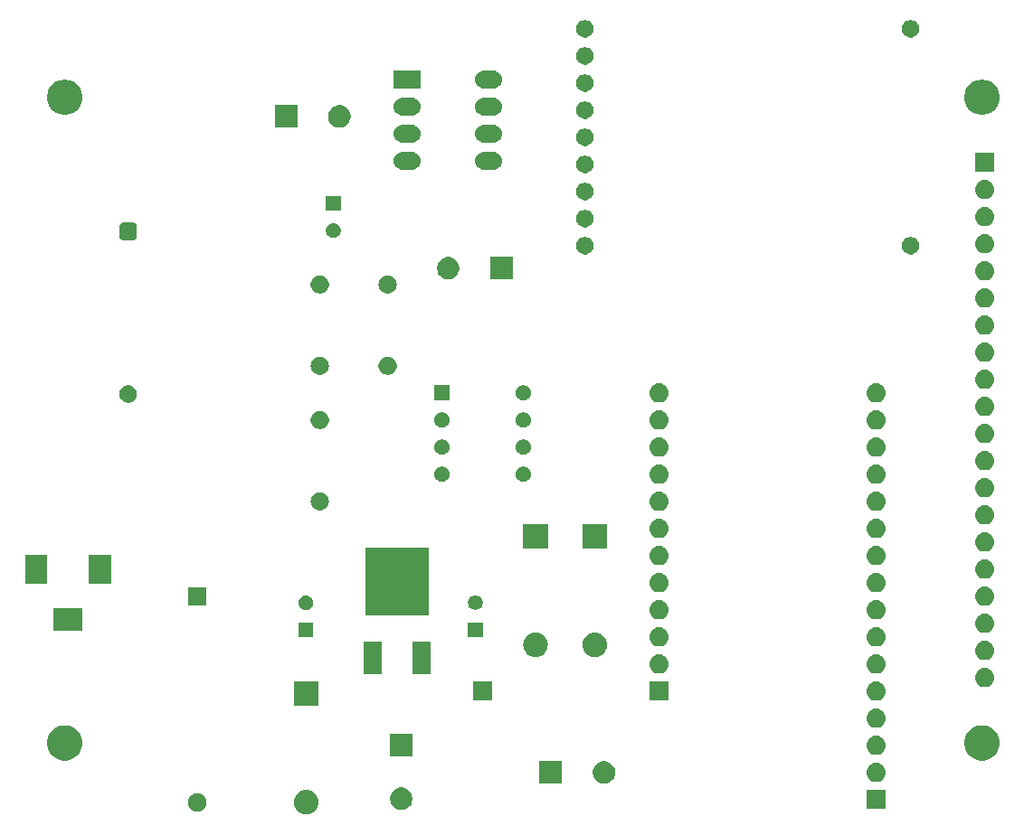
<source format=gbr>
G04 #@! TF.GenerationSoftware,KiCad,Pcbnew,(5.1.4-0-10_14)*
G04 #@! TF.CreationDate,2020-01-10T09:40:25-08:00*
G04 #@! TF.ProjectId,Griduino,47726964-7569-46e6-9f2e-6b696361645f,0*
G04 #@! TF.SameCoordinates,Original*
G04 #@! TF.FileFunction,Soldermask,Top*
G04 #@! TF.FilePolarity,Negative*
%FSLAX46Y46*%
G04 Gerber Fmt 4.6, Leading zero omitted, Abs format (unit mm)*
G04 Created by KiCad (PCBNEW (5.1.4-0-10_14)) date 2020-01-10 09:40:25*
%MOMM*%
%LPD*%
G04 APERTURE LIST*
%ADD10C,0.100000*%
G04 APERTURE END LIST*
D10*
G36*
X106849271Y-136274103D02*
G01*
X106905635Y-136279654D01*
X107122600Y-136345470D01*
X107122602Y-136345471D01*
X107322555Y-136452347D01*
X107497818Y-136596182D01*
X107641653Y-136771445D01*
X107690783Y-136863362D01*
X107748530Y-136971400D01*
X107814346Y-137188365D01*
X107836569Y-137414000D01*
X107814346Y-137639635D01*
X107758674Y-137823161D01*
X107748529Y-137856602D01*
X107641653Y-138056555D01*
X107497818Y-138231818D01*
X107322555Y-138375653D01*
X107122602Y-138482529D01*
X107122600Y-138482530D01*
X106905635Y-138548346D01*
X106849271Y-138553897D01*
X106736545Y-138565000D01*
X106623455Y-138565000D01*
X106510729Y-138553897D01*
X106454365Y-138548346D01*
X106237400Y-138482530D01*
X106237398Y-138482529D01*
X106037445Y-138375653D01*
X105862182Y-138231818D01*
X105718347Y-138056555D01*
X105611471Y-137856602D01*
X105601327Y-137823161D01*
X105545654Y-137639635D01*
X105523431Y-137414000D01*
X105545654Y-137188365D01*
X105611470Y-136971400D01*
X105669217Y-136863362D01*
X105718347Y-136771445D01*
X105862182Y-136596182D01*
X106037445Y-136452347D01*
X106237398Y-136345471D01*
X106237400Y-136345470D01*
X106454365Y-136279654D01*
X106510729Y-136274103D01*
X106623455Y-136263000D01*
X106736545Y-136263000D01*
X106849271Y-136274103D01*
X106849271Y-136274103D01*
G37*
G36*
X96663119Y-136566798D02*
G01*
X96746561Y-136583395D01*
X96903763Y-136648510D01*
X97045241Y-136743042D01*
X97165558Y-136863359D01*
X97260090Y-137004837D01*
X97325205Y-137162039D01*
X97358400Y-137328923D01*
X97358400Y-137499077D01*
X97325205Y-137665961D01*
X97260090Y-137823163D01*
X97165558Y-137964641D01*
X97045241Y-138084958D01*
X96903763Y-138179490D01*
X96746561Y-138244605D01*
X96663119Y-138261202D01*
X96579678Y-138277800D01*
X96409522Y-138277800D01*
X96326081Y-138261202D01*
X96242639Y-138244605D01*
X96085437Y-138179490D01*
X95943959Y-138084958D01*
X95823642Y-137964641D01*
X95729110Y-137823163D01*
X95663995Y-137665961D01*
X95630800Y-137499077D01*
X95630800Y-137328923D01*
X95663995Y-137162039D01*
X95729110Y-137004837D01*
X95823642Y-136863359D01*
X95943959Y-136743042D01*
X96085437Y-136648510D01*
X96242639Y-136583395D01*
X96326081Y-136566798D01*
X96409522Y-136550200D01*
X96579678Y-136550200D01*
X96663119Y-136566798D01*
X96663119Y-136566798D01*
G37*
G36*
X115876564Y-136069389D02*
G01*
X116067833Y-136148615D01*
X116067835Y-136148616D01*
X116239973Y-136263635D01*
X116386365Y-136410027D01*
X116480026Y-136550200D01*
X116501385Y-136582167D01*
X116580611Y-136773436D01*
X116621000Y-136976484D01*
X116621000Y-137183516D01*
X116580611Y-137386564D01*
X116534006Y-137499078D01*
X116501384Y-137577835D01*
X116386365Y-137749973D01*
X116239973Y-137896365D01*
X116067835Y-138011384D01*
X116067834Y-138011385D01*
X116067833Y-138011385D01*
X115876564Y-138090611D01*
X115673516Y-138131000D01*
X115466484Y-138131000D01*
X115263436Y-138090611D01*
X115072167Y-138011385D01*
X115072166Y-138011385D01*
X115072165Y-138011384D01*
X114900027Y-137896365D01*
X114753635Y-137749973D01*
X114638616Y-137577835D01*
X114605994Y-137499078D01*
X114559389Y-137386564D01*
X114519000Y-137183516D01*
X114519000Y-136976484D01*
X114559389Y-136773436D01*
X114638615Y-136582167D01*
X114659975Y-136550200D01*
X114753635Y-136410027D01*
X114900027Y-136263635D01*
X115072165Y-136148616D01*
X115072167Y-136148615D01*
X115263436Y-136069389D01*
X115466484Y-136029000D01*
X115673516Y-136029000D01*
X115876564Y-136069389D01*
X115876564Y-136069389D01*
G37*
G36*
X160921000Y-138061000D02*
G01*
X159119000Y-138061000D01*
X159119000Y-136259000D01*
X160921000Y-136259000D01*
X160921000Y-138061000D01*
X160921000Y-138061000D01*
G37*
G36*
X134846564Y-133609389D02*
G01*
X135037833Y-133688615D01*
X135037835Y-133688616D01*
X135102819Y-133732037D01*
X135209973Y-133803635D01*
X135356365Y-133950027D01*
X135471385Y-134122167D01*
X135550611Y-134313436D01*
X135591000Y-134516484D01*
X135591000Y-134723516D01*
X135550611Y-134926564D01*
X135534083Y-134966466D01*
X135471384Y-135117835D01*
X135356365Y-135289973D01*
X135209973Y-135436365D01*
X135037835Y-135551384D01*
X135037834Y-135551385D01*
X135037833Y-135551385D01*
X134846564Y-135630611D01*
X134643516Y-135671000D01*
X134436484Y-135671000D01*
X134233436Y-135630611D01*
X134042167Y-135551385D01*
X134042166Y-135551385D01*
X134042165Y-135551384D01*
X133870027Y-135436365D01*
X133723635Y-135289973D01*
X133608616Y-135117835D01*
X133545917Y-134966466D01*
X133529389Y-134926564D01*
X133489000Y-134723516D01*
X133489000Y-134516484D01*
X133529389Y-134313436D01*
X133608615Y-134122167D01*
X133723635Y-133950027D01*
X133870027Y-133803635D01*
X133977181Y-133732037D01*
X134042165Y-133688616D01*
X134042167Y-133688615D01*
X134233436Y-133609389D01*
X134436484Y-133569000D01*
X134643516Y-133569000D01*
X134846564Y-133609389D01*
X134846564Y-133609389D01*
G37*
G36*
X130591000Y-135671000D02*
G01*
X128489000Y-135671000D01*
X128489000Y-133569000D01*
X130591000Y-133569000D01*
X130591000Y-135671000D01*
X130591000Y-135671000D01*
G37*
G36*
X160130443Y-133725519D02*
G01*
X160196627Y-133732037D01*
X160366466Y-133783557D01*
X160522991Y-133867222D01*
X160558729Y-133896552D01*
X160660186Y-133979814D01*
X160743448Y-134081271D01*
X160772778Y-134117009D01*
X160856443Y-134273534D01*
X160907963Y-134443373D01*
X160925359Y-134620000D01*
X160907963Y-134796627D01*
X160856443Y-134966466D01*
X160772778Y-135122991D01*
X160743448Y-135158729D01*
X160660186Y-135260186D01*
X160558729Y-135343448D01*
X160522991Y-135372778D01*
X160366466Y-135456443D01*
X160196627Y-135507963D01*
X160130443Y-135514481D01*
X160064260Y-135521000D01*
X159975740Y-135521000D01*
X159909557Y-135514481D01*
X159843373Y-135507963D01*
X159673534Y-135456443D01*
X159517009Y-135372778D01*
X159481271Y-135343448D01*
X159379814Y-135260186D01*
X159296552Y-135158729D01*
X159267222Y-135122991D01*
X159183557Y-134966466D01*
X159132037Y-134796627D01*
X159114641Y-134620000D01*
X159132037Y-134443373D01*
X159183557Y-134273534D01*
X159267222Y-134117009D01*
X159296552Y-134081271D01*
X159379814Y-133979814D01*
X159481271Y-133896552D01*
X159517009Y-133867222D01*
X159673534Y-133783557D01*
X159843373Y-133732037D01*
X159909557Y-133725519D01*
X159975740Y-133719000D01*
X160064260Y-133719000D01*
X160130443Y-133725519D01*
X160130443Y-133725519D01*
G37*
G36*
X170301256Y-130242698D02*
G01*
X170407579Y-130263847D01*
X170620037Y-130351850D01*
X170679410Y-130376443D01*
X170708042Y-130388303D01*
X170978451Y-130568985D01*
X171208415Y-130798949D01*
X171389097Y-131069358D01*
X171513553Y-131369821D01*
X171577000Y-131688791D01*
X171577000Y-132014009D01*
X171513553Y-132332979D01*
X171389097Y-132633442D01*
X171208415Y-132903851D01*
X170978451Y-133133815D01*
X170708042Y-133314497D01*
X170407579Y-133438953D01*
X170301256Y-133460102D01*
X170088611Y-133502400D01*
X169763389Y-133502400D01*
X169550744Y-133460102D01*
X169444421Y-133438953D01*
X169143958Y-133314497D01*
X168873549Y-133133815D01*
X168643585Y-132903851D01*
X168462903Y-132633442D01*
X168338447Y-132332979D01*
X168275000Y-132014009D01*
X168275000Y-131688791D01*
X168338447Y-131369821D01*
X168462903Y-131069358D01*
X168643585Y-130798949D01*
X168873549Y-130568985D01*
X169143958Y-130388303D01*
X169172591Y-130376443D01*
X169231963Y-130351850D01*
X169444421Y-130263847D01*
X169550744Y-130242698D01*
X169763389Y-130200400D01*
X170088611Y-130200400D01*
X170301256Y-130242698D01*
X170301256Y-130242698D01*
G37*
G36*
X84449256Y-130242698D02*
G01*
X84555579Y-130263847D01*
X84768037Y-130351850D01*
X84827410Y-130376443D01*
X84856042Y-130388303D01*
X85126451Y-130568985D01*
X85356415Y-130798949D01*
X85537097Y-131069358D01*
X85661553Y-131369821D01*
X85725000Y-131688791D01*
X85725000Y-132014009D01*
X85661553Y-132332979D01*
X85537097Y-132633442D01*
X85356415Y-132903851D01*
X85126451Y-133133815D01*
X84856042Y-133314497D01*
X84555579Y-133438953D01*
X84449256Y-133460102D01*
X84236611Y-133502400D01*
X83911389Y-133502400D01*
X83698744Y-133460102D01*
X83592421Y-133438953D01*
X83291958Y-133314497D01*
X83021549Y-133133815D01*
X82791585Y-132903851D01*
X82610903Y-132633442D01*
X82486447Y-132332979D01*
X82423000Y-132014009D01*
X82423000Y-131688791D01*
X82486447Y-131369821D01*
X82610903Y-131069358D01*
X82791585Y-130798949D01*
X83021549Y-130568985D01*
X83291958Y-130388303D01*
X83320591Y-130376443D01*
X83379963Y-130351850D01*
X83592421Y-130263847D01*
X83698744Y-130242698D01*
X83911389Y-130200400D01*
X84236611Y-130200400D01*
X84449256Y-130242698D01*
X84449256Y-130242698D01*
G37*
G36*
X116621000Y-133131000D02*
G01*
X114519000Y-133131000D01*
X114519000Y-131029000D01*
X116621000Y-131029000D01*
X116621000Y-133131000D01*
X116621000Y-133131000D01*
G37*
G36*
X160130442Y-131185518D02*
G01*
X160196627Y-131192037D01*
X160366466Y-131243557D01*
X160522991Y-131327222D01*
X160558729Y-131356552D01*
X160660186Y-131439814D01*
X160743448Y-131541271D01*
X160772778Y-131577009D01*
X160856443Y-131733534D01*
X160907963Y-131903373D01*
X160925359Y-132080000D01*
X160907963Y-132256627D01*
X160856443Y-132426466D01*
X160772778Y-132582991D01*
X160743448Y-132618729D01*
X160660186Y-132720186D01*
X160558729Y-132803448D01*
X160522991Y-132832778D01*
X160366466Y-132916443D01*
X160196627Y-132967963D01*
X160130443Y-132974481D01*
X160064260Y-132981000D01*
X159975740Y-132981000D01*
X159909557Y-132974481D01*
X159843373Y-132967963D01*
X159673534Y-132916443D01*
X159517009Y-132832778D01*
X159481271Y-132803448D01*
X159379814Y-132720186D01*
X159296552Y-132618729D01*
X159267222Y-132582991D01*
X159183557Y-132426466D01*
X159132037Y-132256627D01*
X159114641Y-132080000D01*
X159132037Y-131903373D01*
X159183557Y-131733534D01*
X159267222Y-131577009D01*
X159296552Y-131541271D01*
X159379814Y-131439814D01*
X159481271Y-131356552D01*
X159517009Y-131327222D01*
X159673534Y-131243557D01*
X159843373Y-131192037D01*
X159909558Y-131185518D01*
X159975740Y-131179000D01*
X160064260Y-131179000D01*
X160130442Y-131185518D01*
X160130442Y-131185518D01*
G37*
G36*
X160130443Y-128645519D02*
G01*
X160196627Y-128652037D01*
X160366466Y-128703557D01*
X160522991Y-128787222D01*
X160558729Y-128816552D01*
X160660186Y-128899814D01*
X160743448Y-129001271D01*
X160772778Y-129037009D01*
X160856443Y-129193534D01*
X160907963Y-129363373D01*
X160925359Y-129540000D01*
X160907963Y-129716627D01*
X160856443Y-129886466D01*
X160772778Y-130042991D01*
X160743448Y-130078729D01*
X160660186Y-130180186D01*
X160558729Y-130263448D01*
X160522991Y-130292778D01*
X160366466Y-130376443D01*
X160196627Y-130427963D01*
X160130443Y-130434481D01*
X160064260Y-130441000D01*
X159975740Y-130441000D01*
X159909557Y-130434481D01*
X159843373Y-130427963D01*
X159673534Y-130376443D01*
X159517009Y-130292778D01*
X159481271Y-130263448D01*
X159379814Y-130180186D01*
X159296552Y-130078729D01*
X159267222Y-130042991D01*
X159183557Y-129886466D01*
X159132037Y-129716627D01*
X159114641Y-129540000D01*
X159132037Y-129363373D01*
X159183557Y-129193534D01*
X159267222Y-129037009D01*
X159296552Y-129001271D01*
X159379814Y-128899814D01*
X159481271Y-128816552D01*
X159517009Y-128787222D01*
X159673534Y-128703557D01*
X159843373Y-128652037D01*
X159909557Y-128645519D01*
X159975740Y-128639000D01*
X160064260Y-128639000D01*
X160130443Y-128645519D01*
X160130443Y-128645519D01*
G37*
G36*
X107831000Y-128405000D02*
G01*
X105529000Y-128405000D01*
X105529000Y-126103000D01*
X107831000Y-126103000D01*
X107831000Y-128405000D01*
X107831000Y-128405000D01*
G37*
G36*
X124091000Y-127901000D02*
G01*
X122289000Y-127901000D01*
X122289000Y-126099000D01*
X124091000Y-126099000D01*
X124091000Y-127901000D01*
X124091000Y-127901000D01*
G37*
G36*
X160130443Y-126105519D02*
G01*
X160196627Y-126112037D01*
X160366466Y-126163557D01*
X160522991Y-126247222D01*
X160558729Y-126276552D01*
X160660186Y-126359814D01*
X160743448Y-126461271D01*
X160772778Y-126497009D01*
X160856443Y-126653534D01*
X160907963Y-126823373D01*
X160925359Y-127000000D01*
X160907963Y-127176627D01*
X160856443Y-127346466D01*
X160772778Y-127502991D01*
X160743448Y-127538729D01*
X160660186Y-127640186D01*
X160558729Y-127723448D01*
X160522991Y-127752778D01*
X160366466Y-127836443D01*
X160196627Y-127887963D01*
X160130442Y-127894482D01*
X160064260Y-127901000D01*
X159975740Y-127901000D01*
X159909558Y-127894482D01*
X159843373Y-127887963D01*
X159673534Y-127836443D01*
X159517009Y-127752778D01*
X159481271Y-127723448D01*
X159379814Y-127640186D01*
X159296552Y-127538729D01*
X159267222Y-127502991D01*
X159183557Y-127346466D01*
X159132037Y-127176627D01*
X159114641Y-127000000D01*
X159132037Y-126823373D01*
X159183557Y-126653534D01*
X159267222Y-126497009D01*
X159296552Y-126461271D01*
X159379814Y-126359814D01*
X159481271Y-126276552D01*
X159517009Y-126247222D01*
X159673534Y-126163557D01*
X159843373Y-126112037D01*
X159909557Y-126105519D01*
X159975740Y-126099000D01*
X160064260Y-126099000D01*
X160130443Y-126105519D01*
X160130443Y-126105519D01*
G37*
G36*
X140601000Y-127901000D02*
G01*
X138799000Y-127901000D01*
X138799000Y-126099000D01*
X140601000Y-126099000D01*
X140601000Y-127901000D01*
X140601000Y-127901000D01*
G37*
G36*
X170290443Y-124835519D02*
G01*
X170356627Y-124842037D01*
X170526466Y-124893557D01*
X170682991Y-124977222D01*
X170718729Y-125006552D01*
X170820186Y-125089814D01*
X170903448Y-125191271D01*
X170932778Y-125227009D01*
X171016443Y-125383534D01*
X171067963Y-125553373D01*
X171085359Y-125730000D01*
X171067963Y-125906627D01*
X171016443Y-126076466D01*
X170932778Y-126232991D01*
X170903448Y-126268729D01*
X170820186Y-126370186D01*
X170718729Y-126453448D01*
X170682991Y-126482778D01*
X170526466Y-126566443D01*
X170356627Y-126617963D01*
X170290442Y-126624482D01*
X170224260Y-126631000D01*
X170135740Y-126631000D01*
X170069558Y-126624482D01*
X170003373Y-126617963D01*
X169833534Y-126566443D01*
X169677009Y-126482778D01*
X169641271Y-126453448D01*
X169539814Y-126370186D01*
X169456552Y-126268729D01*
X169427222Y-126232991D01*
X169343557Y-126076466D01*
X169292037Y-125906627D01*
X169274641Y-125730000D01*
X169292037Y-125553373D01*
X169343557Y-125383534D01*
X169427222Y-125227009D01*
X169456552Y-125191271D01*
X169539814Y-125089814D01*
X169641271Y-125006552D01*
X169677009Y-124977222D01*
X169833534Y-124893557D01*
X170003373Y-124842037D01*
X170069557Y-124835519D01*
X170135740Y-124829000D01*
X170224260Y-124829000D01*
X170290443Y-124835519D01*
X170290443Y-124835519D01*
G37*
G36*
X113780400Y-125434000D02*
G01*
X112078400Y-125434000D01*
X112078400Y-122332000D01*
X113780400Y-122332000D01*
X113780400Y-125434000D01*
X113780400Y-125434000D01*
G37*
G36*
X118350400Y-125434000D02*
G01*
X116648400Y-125434000D01*
X116648400Y-122332000D01*
X118350400Y-122332000D01*
X118350400Y-125434000D01*
X118350400Y-125434000D01*
G37*
G36*
X160130442Y-123565518D02*
G01*
X160196627Y-123572037D01*
X160366466Y-123623557D01*
X160522991Y-123707222D01*
X160558729Y-123736552D01*
X160660186Y-123819814D01*
X160743448Y-123921271D01*
X160772778Y-123957009D01*
X160856443Y-124113534D01*
X160907963Y-124283373D01*
X160925359Y-124460000D01*
X160907963Y-124636627D01*
X160856443Y-124806466D01*
X160772778Y-124962991D01*
X160743448Y-124998729D01*
X160660186Y-125100186D01*
X160558729Y-125183448D01*
X160522991Y-125212778D01*
X160366466Y-125296443D01*
X160196627Y-125347963D01*
X160130442Y-125354482D01*
X160064260Y-125361000D01*
X159975740Y-125361000D01*
X159909558Y-125354482D01*
X159843373Y-125347963D01*
X159673534Y-125296443D01*
X159517009Y-125212778D01*
X159481271Y-125183448D01*
X159379814Y-125100186D01*
X159296552Y-124998729D01*
X159267222Y-124962991D01*
X159183557Y-124806466D01*
X159132037Y-124636627D01*
X159114641Y-124460000D01*
X159132037Y-124283373D01*
X159183557Y-124113534D01*
X159267222Y-123957009D01*
X159296552Y-123921271D01*
X159379814Y-123819814D01*
X159481271Y-123736552D01*
X159517009Y-123707222D01*
X159673534Y-123623557D01*
X159843373Y-123572037D01*
X159909558Y-123565518D01*
X159975740Y-123559000D01*
X160064260Y-123559000D01*
X160130442Y-123565518D01*
X160130442Y-123565518D01*
G37*
G36*
X139810442Y-123565518D02*
G01*
X139876627Y-123572037D01*
X140046466Y-123623557D01*
X140202991Y-123707222D01*
X140238729Y-123736552D01*
X140340186Y-123819814D01*
X140423448Y-123921271D01*
X140452778Y-123957009D01*
X140536443Y-124113534D01*
X140587963Y-124283373D01*
X140605359Y-124460000D01*
X140587963Y-124636627D01*
X140536443Y-124806466D01*
X140452778Y-124962991D01*
X140423448Y-124998729D01*
X140340186Y-125100186D01*
X140238729Y-125183448D01*
X140202991Y-125212778D01*
X140046466Y-125296443D01*
X139876627Y-125347963D01*
X139810442Y-125354482D01*
X139744260Y-125361000D01*
X139655740Y-125361000D01*
X139589558Y-125354482D01*
X139523373Y-125347963D01*
X139353534Y-125296443D01*
X139197009Y-125212778D01*
X139161271Y-125183448D01*
X139059814Y-125100186D01*
X138976552Y-124998729D01*
X138947222Y-124962991D01*
X138863557Y-124806466D01*
X138812037Y-124636627D01*
X138794641Y-124460000D01*
X138812037Y-124283373D01*
X138863557Y-124113534D01*
X138947222Y-123957009D01*
X138976552Y-123921271D01*
X139059814Y-123819814D01*
X139161271Y-123736552D01*
X139197009Y-123707222D01*
X139353534Y-123623557D01*
X139523373Y-123572037D01*
X139589558Y-123565518D01*
X139655740Y-123559000D01*
X139744260Y-123559000D01*
X139810442Y-123565518D01*
X139810442Y-123565518D01*
G37*
G36*
X170290443Y-122295519D02*
G01*
X170356627Y-122302037D01*
X170526466Y-122353557D01*
X170682991Y-122437222D01*
X170718729Y-122466552D01*
X170820186Y-122549814D01*
X170903448Y-122651271D01*
X170932778Y-122687009D01*
X171016443Y-122843534D01*
X171067963Y-123013373D01*
X171085359Y-123190000D01*
X171067963Y-123366627D01*
X171016443Y-123536466D01*
X170932778Y-123692991D01*
X170903448Y-123728729D01*
X170820186Y-123830186D01*
X170718729Y-123913448D01*
X170682991Y-123942778D01*
X170526466Y-124026443D01*
X170356627Y-124077963D01*
X170290442Y-124084482D01*
X170224260Y-124091000D01*
X170135740Y-124091000D01*
X170069558Y-124084482D01*
X170003373Y-124077963D01*
X169833534Y-124026443D01*
X169677009Y-123942778D01*
X169641271Y-123913448D01*
X169539814Y-123830186D01*
X169456552Y-123728729D01*
X169427222Y-123692991D01*
X169343557Y-123536466D01*
X169292037Y-123366627D01*
X169274641Y-123190000D01*
X169292037Y-123013373D01*
X169343557Y-122843534D01*
X169427222Y-122687009D01*
X169456552Y-122651271D01*
X169539814Y-122549814D01*
X169641271Y-122466552D01*
X169677009Y-122437222D01*
X169833534Y-122353557D01*
X170003373Y-122302037D01*
X170069557Y-122295519D01*
X170135740Y-122289000D01*
X170224260Y-122289000D01*
X170290443Y-122295519D01*
X170290443Y-122295519D01*
G37*
G36*
X133874871Y-121491303D02*
G01*
X133931235Y-121496854D01*
X134148200Y-121562670D01*
X134148202Y-121562671D01*
X134348155Y-121669547D01*
X134523418Y-121813382D01*
X134667253Y-121988645D01*
X134774129Y-122188598D01*
X134774130Y-122188600D01*
X134839946Y-122405565D01*
X134862169Y-122631200D01*
X134839946Y-122856835D01*
X134792460Y-123013375D01*
X134774129Y-123073802D01*
X134667253Y-123273755D01*
X134523418Y-123449018D01*
X134348155Y-123592853D01*
X134160812Y-123692989D01*
X134148200Y-123699730D01*
X133931235Y-123765546D01*
X133874871Y-123771097D01*
X133762145Y-123782200D01*
X133649055Y-123782200D01*
X133536329Y-123771097D01*
X133479965Y-123765546D01*
X133263000Y-123699730D01*
X133250388Y-123692989D01*
X133063045Y-123592853D01*
X132887782Y-123449018D01*
X132743947Y-123273755D01*
X132637071Y-123073802D01*
X132618741Y-123013375D01*
X132571254Y-122856835D01*
X132549031Y-122631200D01*
X132571254Y-122405565D01*
X132637070Y-122188600D01*
X132637071Y-122188598D01*
X132743947Y-121988645D01*
X132887782Y-121813382D01*
X133063045Y-121669547D01*
X133262998Y-121562671D01*
X133263000Y-121562670D01*
X133479965Y-121496854D01*
X133536329Y-121491303D01*
X133649055Y-121480200D01*
X133762145Y-121480200D01*
X133874871Y-121491303D01*
X133874871Y-121491303D01*
G37*
G36*
X128312271Y-121491303D02*
G01*
X128368635Y-121496854D01*
X128585600Y-121562670D01*
X128585602Y-121562671D01*
X128785555Y-121669547D01*
X128960818Y-121813382D01*
X129104653Y-121988645D01*
X129211529Y-122188598D01*
X129211530Y-122188600D01*
X129277346Y-122405565D01*
X129299569Y-122631200D01*
X129277346Y-122856835D01*
X129229860Y-123013375D01*
X129211529Y-123073802D01*
X129104653Y-123273755D01*
X128960818Y-123449018D01*
X128785555Y-123592853D01*
X128598212Y-123692989D01*
X128585600Y-123699730D01*
X128368635Y-123765546D01*
X128312271Y-123771097D01*
X128199545Y-123782200D01*
X128086455Y-123782200D01*
X127973729Y-123771097D01*
X127917365Y-123765546D01*
X127700400Y-123699730D01*
X127687788Y-123692989D01*
X127500445Y-123592853D01*
X127325182Y-123449018D01*
X127181347Y-123273755D01*
X127074471Y-123073802D01*
X127056141Y-123013375D01*
X127008654Y-122856835D01*
X126986431Y-122631200D01*
X127008654Y-122405565D01*
X127074470Y-122188600D01*
X127074471Y-122188598D01*
X127181347Y-121988645D01*
X127325182Y-121813382D01*
X127500445Y-121669547D01*
X127700398Y-121562671D01*
X127700400Y-121562670D01*
X127917365Y-121496854D01*
X127973729Y-121491303D01*
X128086455Y-121480200D01*
X128199545Y-121480200D01*
X128312271Y-121491303D01*
X128312271Y-121491303D01*
G37*
G36*
X160130442Y-121025518D02*
G01*
X160196627Y-121032037D01*
X160366466Y-121083557D01*
X160522991Y-121167222D01*
X160558729Y-121196552D01*
X160660186Y-121279814D01*
X160735676Y-121371800D01*
X160772778Y-121417009D01*
X160856443Y-121573534D01*
X160907963Y-121743373D01*
X160925359Y-121920000D01*
X160907963Y-122096627D01*
X160856443Y-122266466D01*
X160772778Y-122422991D01*
X160743448Y-122458729D01*
X160660186Y-122560186D01*
X160573654Y-122631200D01*
X160522991Y-122672778D01*
X160366466Y-122756443D01*
X160196627Y-122807963D01*
X160130443Y-122814481D01*
X160064260Y-122821000D01*
X159975740Y-122821000D01*
X159909557Y-122814481D01*
X159843373Y-122807963D01*
X159673534Y-122756443D01*
X159517009Y-122672778D01*
X159466346Y-122631200D01*
X159379814Y-122560186D01*
X159296552Y-122458729D01*
X159267222Y-122422991D01*
X159183557Y-122266466D01*
X159132037Y-122096627D01*
X159114641Y-121920000D01*
X159132037Y-121743373D01*
X159183557Y-121573534D01*
X159267222Y-121417009D01*
X159304324Y-121371800D01*
X159379814Y-121279814D01*
X159481271Y-121196552D01*
X159517009Y-121167222D01*
X159673534Y-121083557D01*
X159843373Y-121032037D01*
X159909558Y-121025518D01*
X159975740Y-121019000D01*
X160064260Y-121019000D01*
X160130442Y-121025518D01*
X160130442Y-121025518D01*
G37*
G36*
X139810442Y-121025518D02*
G01*
X139876627Y-121032037D01*
X140046466Y-121083557D01*
X140202991Y-121167222D01*
X140238729Y-121196552D01*
X140340186Y-121279814D01*
X140415676Y-121371800D01*
X140452778Y-121417009D01*
X140536443Y-121573534D01*
X140587963Y-121743373D01*
X140605359Y-121920000D01*
X140587963Y-122096627D01*
X140536443Y-122266466D01*
X140452778Y-122422991D01*
X140423448Y-122458729D01*
X140340186Y-122560186D01*
X140253654Y-122631200D01*
X140202991Y-122672778D01*
X140046466Y-122756443D01*
X139876627Y-122807963D01*
X139810443Y-122814481D01*
X139744260Y-122821000D01*
X139655740Y-122821000D01*
X139589557Y-122814481D01*
X139523373Y-122807963D01*
X139353534Y-122756443D01*
X139197009Y-122672778D01*
X139146346Y-122631200D01*
X139059814Y-122560186D01*
X138976552Y-122458729D01*
X138947222Y-122422991D01*
X138863557Y-122266466D01*
X138812037Y-122096627D01*
X138794641Y-121920000D01*
X138812037Y-121743373D01*
X138863557Y-121573534D01*
X138947222Y-121417009D01*
X138984324Y-121371800D01*
X139059814Y-121279814D01*
X139161271Y-121196552D01*
X139197009Y-121167222D01*
X139353534Y-121083557D01*
X139523373Y-121032037D01*
X139589558Y-121025518D01*
X139655740Y-121019000D01*
X139744260Y-121019000D01*
X139810442Y-121025518D01*
X139810442Y-121025518D01*
G37*
G36*
X107340600Y-121945600D02*
G01*
X105968600Y-121945600D01*
X105968600Y-120573600D01*
X107340600Y-120573600D01*
X107340600Y-121945600D01*
X107340600Y-121945600D01*
G37*
G36*
X123190200Y-121920200D02*
G01*
X121818200Y-121920200D01*
X121818200Y-120548200D01*
X123190200Y-120548200D01*
X123190200Y-121920200D01*
X123190200Y-121920200D01*
G37*
G36*
X170290442Y-119755518D02*
G01*
X170356627Y-119762037D01*
X170526466Y-119813557D01*
X170682991Y-119897222D01*
X170718729Y-119926552D01*
X170820186Y-120009814D01*
X170903448Y-120111271D01*
X170932778Y-120147009D01*
X171016443Y-120303534D01*
X171067963Y-120473373D01*
X171085359Y-120650000D01*
X171067963Y-120826627D01*
X171016443Y-120996466D01*
X170932778Y-121152991D01*
X170903448Y-121188729D01*
X170820186Y-121290186D01*
X170720738Y-121371800D01*
X170682991Y-121402778D01*
X170526466Y-121486443D01*
X170356627Y-121537963D01*
X170290443Y-121544481D01*
X170224260Y-121551000D01*
X170135740Y-121551000D01*
X170069557Y-121544481D01*
X170003373Y-121537963D01*
X169833534Y-121486443D01*
X169677009Y-121402778D01*
X169639262Y-121371800D01*
X169539814Y-121290186D01*
X169456552Y-121188729D01*
X169427222Y-121152991D01*
X169343557Y-120996466D01*
X169292037Y-120826627D01*
X169274641Y-120650000D01*
X169292037Y-120473373D01*
X169343557Y-120303534D01*
X169427222Y-120147009D01*
X169456552Y-120111271D01*
X169539814Y-120009814D01*
X169641271Y-119926552D01*
X169677009Y-119897222D01*
X169833534Y-119813557D01*
X170003373Y-119762037D01*
X170069558Y-119755518D01*
X170135740Y-119749000D01*
X170224260Y-119749000D01*
X170290442Y-119755518D01*
X170290442Y-119755518D01*
G37*
G36*
X85755200Y-121371800D02*
G01*
X83053200Y-121371800D01*
X83053200Y-119269800D01*
X85755200Y-119269800D01*
X85755200Y-121371800D01*
X85755200Y-121371800D01*
G37*
G36*
X139810442Y-118485518D02*
G01*
X139876627Y-118492037D01*
X140046466Y-118543557D01*
X140202991Y-118627222D01*
X140238729Y-118656552D01*
X140340186Y-118739814D01*
X140423448Y-118841271D01*
X140452778Y-118877009D01*
X140536443Y-119033534D01*
X140587963Y-119203373D01*
X140605359Y-119380000D01*
X140587963Y-119556627D01*
X140536443Y-119726466D01*
X140452778Y-119882991D01*
X140423448Y-119918729D01*
X140340186Y-120020186D01*
X140238729Y-120103448D01*
X140202991Y-120132778D01*
X140046466Y-120216443D01*
X139876627Y-120267963D01*
X139810442Y-120274482D01*
X139744260Y-120281000D01*
X139655740Y-120281000D01*
X139589558Y-120274482D01*
X139523373Y-120267963D01*
X139353534Y-120216443D01*
X139197009Y-120132778D01*
X139161271Y-120103448D01*
X139059814Y-120020186D01*
X138976552Y-119918729D01*
X138947222Y-119882991D01*
X138863557Y-119726466D01*
X138812037Y-119556627D01*
X138794641Y-119380000D01*
X138812037Y-119203373D01*
X138863557Y-119033534D01*
X138947222Y-118877009D01*
X138976552Y-118841271D01*
X139059814Y-118739814D01*
X139161271Y-118656552D01*
X139197009Y-118627222D01*
X139353534Y-118543557D01*
X139523373Y-118492037D01*
X139589558Y-118485518D01*
X139655740Y-118479000D01*
X139744260Y-118479000D01*
X139810442Y-118485518D01*
X139810442Y-118485518D01*
G37*
G36*
X160130442Y-118485518D02*
G01*
X160196627Y-118492037D01*
X160366466Y-118543557D01*
X160522991Y-118627222D01*
X160558729Y-118656552D01*
X160660186Y-118739814D01*
X160743448Y-118841271D01*
X160772778Y-118877009D01*
X160856443Y-119033534D01*
X160907963Y-119203373D01*
X160925359Y-119380000D01*
X160907963Y-119556627D01*
X160856443Y-119726466D01*
X160772778Y-119882991D01*
X160743448Y-119918729D01*
X160660186Y-120020186D01*
X160558729Y-120103448D01*
X160522991Y-120132778D01*
X160366466Y-120216443D01*
X160196627Y-120267963D01*
X160130442Y-120274482D01*
X160064260Y-120281000D01*
X159975740Y-120281000D01*
X159909558Y-120274482D01*
X159843373Y-120267963D01*
X159673534Y-120216443D01*
X159517009Y-120132778D01*
X159481271Y-120103448D01*
X159379814Y-120020186D01*
X159296552Y-119918729D01*
X159267222Y-119882991D01*
X159183557Y-119726466D01*
X159132037Y-119556627D01*
X159114641Y-119380000D01*
X159132037Y-119203373D01*
X159183557Y-119033534D01*
X159267222Y-118877009D01*
X159296552Y-118841271D01*
X159379814Y-118739814D01*
X159481271Y-118656552D01*
X159517009Y-118627222D01*
X159673534Y-118543557D01*
X159843373Y-118492037D01*
X159909558Y-118485518D01*
X159975740Y-118479000D01*
X160064260Y-118479000D01*
X160130442Y-118485518D01*
X160130442Y-118485518D01*
G37*
G36*
X118165400Y-119864000D02*
G01*
X112263400Y-119864000D01*
X112263400Y-113562000D01*
X118165400Y-113562000D01*
X118165400Y-119864000D01*
X118165400Y-119864000D01*
G37*
G36*
X106854698Y-118059962D02*
G01*
X106979541Y-118111674D01*
X106979543Y-118111675D01*
X107091899Y-118186749D01*
X107187451Y-118282301D01*
X107245555Y-118369259D01*
X107262526Y-118394659D01*
X107314238Y-118519502D01*
X107340600Y-118652034D01*
X107340600Y-118787166D01*
X107314238Y-118919698D01*
X107291828Y-118973800D01*
X107262525Y-119044543D01*
X107187451Y-119156899D01*
X107091899Y-119252451D01*
X106979543Y-119327525D01*
X106979542Y-119327526D01*
X106979541Y-119327526D01*
X106854698Y-119379238D01*
X106722166Y-119405600D01*
X106587034Y-119405600D01*
X106454502Y-119379238D01*
X106329659Y-119327526D01*
X106329658Y-119327526D01*
X106329657Y-119327525D01*
X106217301Y-119252451D01*
X106121749Y-119156899D01*
X106046675Y-119044543D01*
X106017372Y-118973800D01*
X105994962Y-118919698D01*
X105968600Y-118787166D01*
X105968600Y-118652034D01*
X105994962Y-118519502D01*
X106046674Y-118394659D01*
X106063646Y-118369259D01*
X106121749Y-118282301D01*
X106217301Y-118186749D01*
X106329657Y-118111675D01*
X106329659Y-118111674D01*
X106454502Y-118059962D01*
X106587034Y-118033600D01*
X106722166Y-118033600D01*
X106854698Y-118059962D01*
X106854698Y-118059962D01*
G37*
G36*
X122704298Y-118034562D02*
G01*
X122829141Y-118086274D01*
X122829143Y-118086275D01*
X122941499Y-118161349D01*
X123037051Y-118256901D01*
X123112126Y-118369259D01*
X123163838Y-118494102D01*
X123190200Y-118626634D01*
X123190200Y-118761766D01*
X123163838Y-118894298D01*
X123130907Y-118973800D01*
X123112125Y-119019143D01*
X123037051Y-119131499D01*
X122941499Y-119227051D01*
X122829143Y-119302125D01*
X122829142Y-119302126D01*
X122829141Y-119302126D01*
X122704298Y-119353838D01*
X122571766Y-119380200D01*
X122436634Y-119380200D01*
X122304102Y-119353838D01*
X122179259Y-119302126D01*
X122179258Y-119302126D01*
X122179257Y-119302125D01*
X122066901Y-119227051D01*
X121971349Y-119131499D01*
X121896275Y-119019143D01*
X121877493Y-118973800D01*
X121844562Y-118894298D01*
X121818200Y-118761766D01*
X121818200Y-118626634D01*
X121844562Y-118494102D01*
X121896274Y-118369259D01*
X121971349Y-118256901D01*
X122066901Y-118161349D01*
X122179257Y-118086275D01*
X122179259Y-118086274D01*
X122304102Y-118034562D01*
X122436634Y-118008200D01*
X122571766Y-118008200D01*
X122704298Y-118034562D01*
X122704298Y-118034562D01*
G37*
G36*
X170290443Y-117215519D02*
G01*
X170356627Y-117222037D01*
X170526466Y-117273557D01*
X170682991Y-117357222D01*
X170718729Y-117386552D01*
X170820186Y-117469814D01*
X170903448Y-117571271D01*
X170932778Y-117607009D01*
X171016443Y-117763534D01*
X171067963Y-117933373D01*
X171085359Y-118110000D01*
X171067963Y-118286627D01*
X171016443Y-118456466D01*
X170932778Y-118612991D01*
X170903448Y-118648729D01*
X170820186Y-118750186D01*
X170718729Y-118833448D01*
X170682991Y-118862778D01*
X170526466Y-118946443D01*
X170356627Y-118997963D01*
X170290443Y-119004481D01*
X170224260Y-119011000D01*
X170135740Y-119011000D01*
X170069557Y-119004481D01*
X170003373Y-118997963D01*
X169833534Y-118946443D01*
X169677009Y-118862778D01*
X169641271Y-118833448D01*
X169539814Y-118750186D01*
X169456552Y-118648729D01*
X169427222Y-118612991D01*
X169343557Y-118456466D01*
X169292037Y-118286627D01*
X169274641Y-118110000D01*
X169292037Y-117933373D01*
X169343557Y-117763534D01*
X169427222Y-117607009D01*
X169456552Y-117571271D01*
X169539814Y-117469814D01*
X169641271Y-117386552D01*
X169677009Y-117357222D01*
X169833534Y-117273557D01*
X170003373Y-117222037D01*
X170069557Y-117215519D01*
X170135740Y-117209000D01*
X170224260Y-117209000D01*
X170290443Y-117215519D01*
X170290443Y-117215519D01*
G37*
G36*
X97358400Y-118973800D02*
G01*
X95630800Y-118973800D01*
X95630800Y-117246200D01*
X97358400Y-117246200D01*
X97358400Y-118973800D01*
X97358400Y-118973800D01*
G37*
G36*
X160130442Y-115945518D02*
G01*
X160196627Y-115952037D01*
X160366466Y-116003557D01*
X160522991Y-116087222D01*
X160558729Y-116116552D01*
X160660186Y-116199814D01*
X160743448Y-116301271D01*
X160772778Y-116337009D01*
X160856443Y-116493534D01*
X160907963Y-116663373D01*
X160925359Y-116840000D01*
X160907963Y-117016627D01*
X160856443Y-117186466D01*
X160772778Y-117342991D01*
X160743448Y-117378729D01*
X160660186Y-117480186D01*
X160558729Y-117563448D01*
X160522991Y-117592778D01*
X160366466Y-117676443D01*
X160196627Y-117727963D01*
X160130442Y-117734482D01*
X160064260Y-117741000D01*
X159975740Y-117741000D01*
X159909558Y-117734482D01*
X159843373Y-117727963D01*
X159673534Y-117676443D01*
X159517009Y-117592778D01*
X159481271Y-117563448D01*
X159379814Y-117480186D01*
X159296552Y-117378729D01*
X159267222Y-117342991D01*
X159183557Y-117186466D01*
X159132037Y-117016627D01*
X159114641Y-116840000D01*
X159132037Y-116663373D01*
X159183557Y-116493534D01*
X159267222Y-116337009D01*
X159296552Y-116301271D01*
X159379814Y-116199814D01*
X159481271Y-116116552D01*
X159517009Y-116087222D01*
X159673534Y-116003557D01*
X159843373Y-115952037D01*
X159909558Y-115945518D01*
X159975740Y-115939000D01*
X160064260Y-115939000D01*
X160130442Y-115945518D01*
X160130442Y-115945518D01*
G37*
G36*
X139810442Y-115945518D02*
G01*
X139876627Y-115952037D01*
X140046466Y-116003557D01*
X140202991Y-116087222D01*
X140238729Y-116116552D01*
X140340186Y-116199814D01*
X140423448Y-116301271D01*
X140452778Y-116337009D01*
X140536443Y-116493534D01*
X140587963Y-116663373D01*
X140605359Y-116840000D01*
X140587963Y-117016627D01*
X140536443Y-117186466D01*
X140452778Y-117342991D01*
X140423448Y-117378729D01*
X140340186Y-117480186D01*
X140238729Y-117563448D01*
X140202991Y-117592778D01*
X140046466Y-117676443D01*
X139876627Y-117727963D01*
X139810442Y-117734482D01*
X139744260Y-117741000D01*
X139655740Y-117741000D01*
X139589558Y-117734482D01*
X139523373Y-117727963D01*
X139353534Y-117676443D01*
X139197009Y-117592778D01*
X139161271Y-117563448D01*
X139059814Y-117480186D01*
X138976552Y-117378729D01*
X138947222Y-117342991D01*
X138863557Y-117186466D01*
X138812037Y-117016627D01*
X138794641Y-116840000D01*
X138812037Y-116663373D01*
X138863557Y-116493534D01*
X138947222Y-116337009D01*
X138976552Y-116301271D01*
X139059814Y-116199814D01*
X139161271Y-116116552D01*
X139197009Y-116087222D01*
X139353534Y-116003557D01*
X139523373Y-115952037D01*
X139589558Y-115945518D01*
X139655740Y-115939000D01*
X139744260Y-115939000D01*
X139810442Y-115945518D01*
X139810442Y-115945518D01*
G37*
G36*
X88455200Y-116971800D02*
G01*
X86353200Y-116971800D01*
X86353200Y-114269800D01*
X88455200Y-114269800D01*
X88455200Y-116971800D01*
X88455200Y-116971800D01*
G37*
G36*
X82455200Y-116971800D02*
G01*
X80353200Y-116971800D01*
X80353200Y-114269800D01*
X82455200Y-114269800D01*
X82455200Y-116971800D01*
X82455200Y-116971800D01*
G37*
G36*
X170290443Y-114675519D02*
G01*
X170356627Y-114682037D01*
X170526466Y-114733557D01*
X170682991Y-114817222D01*
X170718729Y-114846552D01*
X170820186Y-114929814D01*
X170903448Y-115031271D01*
X170932778Y-115067009D01*
X171016443Y-115223534D01*
X171067963Y-115393373D01*
X171085359Y-115570000D01*
X171067963Y-115746627D01*
X171016443Y-115916466D01*
X170932778Y-116072991D01*
X170903448Y-116108729D01*
X170820186Y-116210186D01*
X170718729Y-116293448D01*
X170682991Y-116322778D01*
X170526466Y-116406443D01*
X170356627Y-116457963D01*
X170290442Y-116464482D01*
X170224260Y-116471000D01*
X170135740Y-116471000D01*
X170069558Y-116464482D01*
X170003373Y-116457963D01*
X169833534Y-116406443D01*
X169677009Y-116322778D01*
X169641271Y-116293448D01*
X169539814Y-116210186D01*
X169456552Y-116108729D01*
X169427222Y-116072991D01*
X169343557Y-115916466D01*
X169292037Y-115746627D01*
X169274641Y-115570000D01*
X169292037Y-115393373D01*
X169343557Y-115223534D01*
X169427222Y-115067009D01*
X169456552Y-115031271D01*
X169539814Y-114929814D01*
X169641271Y-114846552D01*
X169677009Y-114817222D01*
X169833534Y-114733557D01*
X170003373Y-114682037D01*
X170069557Y-114675519D01*
X170135740Y-114669000D01*
X170224260Y-114669000D01*
X170290443Y-114675519D01*
X170290443Y-114675519D01*
G37*
G36*
X160130443Y-113405519D02*
G01*
X160196627Y-113412037D01*
X160366466Y-113463557D01*
X160522991Y-113547222D01*
X160540998Y-113562000D01*
X160660186Y-113659814D01*
X160743448Y-113761271D01*
X160772778Y-113797009D01*
X160856443Y-113953534D01*
X160907963Y-114123373D01*
X160925359Y-114300000D01*
X160907963Y-114476627D01*
X160856443Y-114646466D01*
X160772778Y-114802991D01*
X160743448Y-114838729D01*
X160660186Y-114940186D01*
X160558729Y-115023448D01*
X160522991Y-115052778D01*
X160366466Y-115136443D01*
X160196627Y-115187963D01*
X160130442Y-115194482D01*
X160064260Y-115201000D01*
X159975740Y-115201000D01*
X159909558Y-115194482D01*
X159843373Y-115187963D01*
X159673534Y-115136443D01*
X159517009Y-115052778D01*
X159481271Y-115023448D01*
X159379814Y-114940186D01*
X159296552Y-114838729D01*
X159267222Y-114802991D01*
X159183557Y-114646466D01*
X159132037Y-114476627D01*
X159114641Y-114300000D01*
X159132037Y-114123373D01*
X159183557Y-113953534D01*
X159267222Y-113797009D01*
X159296552Y-113761271D01*
X159379814Y-113659814D01*
X159499002Y-113562000D01*
X159517009Y-113547222D01*
X159673534Y-113463557D01*
X159843373Y-113412037D01*
X159909557Y-113405519D01*
X159975740Y-113399000D01*
X160064260Y-113399000D01*
X160130443Y-113405519D01*
X160130443Y-113405519D01*
G37*
G36*
X139810443Y-113405519D02*
G01*
X139876627Y-113412037D01*
X140046466Y-113463557D01*
X140202991Y-113547222D01*
X140220998Y-113562000D01*
X140340186Y-113659814D01*
X140423448Y-113761271D01*
X140452778Y-113797009D01*
X140536443Y-113953534D01*
X140587963Y-114123373D01*
X140605359Y-114300000D01*
X140587963Y-114476627D01*
X140536443Y-114646466D01*
X140452778Y-114802991D01*
X140423448Y-114838729D01*
X140340186Y-114940186D01*
X140238729Y-115023448D01*
X140202991Y-115052778D01*
X140046466Y-115136443D01*
X139876627Y-115187963D01*
X139810442Y-115194482D01*
X139744260Y-115201000D01*
X139655740Y-115201000D01*
X139589558Y-115194482D01*
X139523373Y-115187963D01*
X139353534Y-115136443D01*
X139197009Y-115052778D01*
X139161271Y-115023448D01*
X139059814Y-114940186D01*
X138976552Y-114838729D01*
X138947222Y-114802991D01*
X138863557Y-114646466D01*
X138812037Y-114476627D01*
X138794641Y-114300000D01*
X138812037Y-114123373D01*
X138863557Y-113953534D01*
X138947222Y-113797009D01*
X138976552Y-113761271D01*
X139059814Y-113659814D01*
X139179002Y-113562000D01*
X139197009Y-113547222D01*
X139353534Y-113463557D01*
X139523373Y-113412037D01*
X139589557Y-113405519D01*
X139655740Y-113399000D01*
X139744260Y-113399000D01*
X139810443Y-113405519D01*
X139810443Y-113405519D01*
G37*
G36*
X170290443Y-112135519D02*
G01*
X170356627Y-112142037D01*
X170526466Y-112193557D01*
X170682991Y-112277222D01*
X170718729Y-112306552D01*
X170820186Y-112389814D01*
X170903448Y-112491271D01*
X170932778Y-112527009D01*
X171016443Y-112683534D01*
X171067963Y-112853373D01*
X171085359Y-113030000D01*
X171067963Y-113206627D01*
X171016443Y-113376466D01*
X170932778Y-113532991D01*
X170908971Y-113562000D01*
X170820186Y-113670186D01*
X170718729Y-113753448D01*
X170682991Y-113782778D01*
X170526466Y-113866443D01*
X170356627Y-113917963D01*
X170290443Y-113924481D01*
X170224260Y-113931000D01*
X170135740Y-113931000D01*
X170069557Y-113924481D01*
X170003373Y-113917963D01*
X169833534Y-113866443D01*
X169677009Y-113782778D01*
X169641271Y-113753448D01*
X169539814Y-113670186D01*
X169451029Y-113562000D01*
X169427222Y-113532991D01*
X169343557Y-113376466D01*
X169292037Y-113206627D01*
X169274641Y-113030000D01*
X169292037Y-112853373D01*
X169343557Y-112683534D01*
X169427222Y-112527009D01*
X169456552Y-112491271D01*
X169539814Y-112389814D01*
X169641271Y-112306552D01*
X169677009Y-112277222D01*
X169833534Y-112193557D01*
X170003373Y-112142037D01*
X170069557Y-112135519D01*
X170135740Y-112129000D01*
X170224260Y-112129000D01*
X170290443Y-112135519D01*
X170290443Y-112135519D01*
G37*
G36*
X134856600Y-113622200D02*
G01*
X132554600Y-113622200D01*
X132554600Y-111320200D01*
X134856600Y-111320200D01*
X134856600Y-113622200D01*
X134856600Y-113622200D01*
G37*
G36*
X129294000Y-113622200D02*
G01*
X126992000Y-113622200D01*
X126992000Y-111320200D01*
X129294000Y-111320200D01*
X129294000Y-113622200D01*
X129294000Y-113622200D01*
G37*
G36*
X139810442Y-110865518D02*
G01*
X139876627Y-110872037D01*
X140046466Y-110923557D01*
X140202991Y-111007222D01*
X140238729Y-111036552D01*
X140340186Y-111119814D01*
X140423448Y-111221271D01*
X140452778Y-111257009D01*
X140536443Y-111413534D01*
X140587963Y-111583373D01*
X140605359Y-111760000D01*
X140587963Y-111936627D01*
X140536443Y-112106466D01*
X140452778Y-112262991D01*
X140423448Y-112298729D01*
X140340186Y-112400186D01*
X140238729Y-112483448D01*
X140202991Y-112512778D01*
X140046466Y-112596443D01*
X139876627Y-112647963D01*
X139810442Y-112654482D01*
X139744260Y-112661000D01*
X139655740Y-112661000D01*
X139589558Y-112654482D01*
X139523373Y-112647963D01*
X139353534Y-112596443D01*
X139197009Y-112512778D01*
X139161271Y-112483448D01*
X139059814Y-112400186D01*
X138976552Y-112298729D01*
X138947222Y-112262991D01*
X138863557Y-112106466D01*
X138812037Y-111936627D01*
X138794641Y-111760000D01*
X138812037Y-111583373D01*
X138863557Y-111413534D01*
X138947222Y-111257009D01*
X138976552Y-111221271D01*
X139059814Y-111119814D01*
X139161271Y-111036552D01*
X139197009Y-111007222D01*
X139353534Y-110923557D01*
X139523373Y-110872037D01*
X139589558Y-110865518D01*
X139655740Y-110859000D01*
X139744260Y-110859000D01*
X139810442Y-110865518D01*
X139810442Y-110865518D01*
G37*
G36*
X160130442Y-110865518D02*
G01*
X160196627Y-110872037D01*
X160366466Y-110923557D01*
X160522991Y-111007222D01*
X160558729Y-111036552D01*
X160660186Y-111119814D01*
X160743448Y-111221271D01*
X160772778Y-111257009D01*
X160856443Y-111413534D01*
X160907963Y-111583373D01*
X160925359Y-111760000D01*
X160907963Y-111936627D01*
X160856443Y-112106466D01*
X160772778Y-112262991D01*
X160743448Y-112298729D01*
X160660186Y-112400186D01*
X160558729Y-112483448D01*
X160522991Y-112512778D01*
X160366466Y-112596443D01*
X160196627Y-112647963D01*
X160130442Y-112654482D01*
X160064260Y-112661000D01*
X159975740Y-112661000D01*
X159909558Y-112654482D01*
X159843373Y-112647963D01*
X159673534Y-112596443D01*
X159517009Y-112512778D01*
X159481271Y-112483448D01*
X159379814Y-112400186D01*
X159296552Y-112298729D01*
X159267222Y-112262991D01*
X159183557Y-112106466D01*
X159132037Y-111936627D01*
X159114641Y-111760000D01*
X159132037Y-111583373D01*
X159183557Y-111413534D01*
X159267222Y-111257009D01*
X159296552Y-111221271D01*
X159379814Y-111119814D01*
X159481271Y-111036552D01*
X159517009Y-111007222D01*
X159673534Y-110923557D01*
X159843373Y-110872037D01*
X159909558Y-110865518D01*
X159975740Y-110859000D01*
X160064260Y-110859000D01*
X160130442Y-110865518D01*
X160130442Y-110865518D01*
G37*
G36*
X170290442Y-109595518D02*
G01*
X170356627Y-109602037D01*
X170526466Y-109653557D01*
X170682991Y-109737222D01*
X170718729Y-109766552D01*
X170820186Y-109849814D01*
X170903448Y-109951271D01*
X170932778Y-109987009D01*
X171016443Y-110143534D01*
X171067963Y-110313373D01*
X171085359Y-110490000D01*
X171067963Y-110666627D01*
X171016443Y-110836466D01*
X170932778Y-110992991D01*
X170903448Y-111028729D01*
X170820186Y-111130186D01*
X170718729Y-111213448D01*
X170682991Y-111242778D01*
X170526466Y-111326443D01*
X170356627Y-111377963D01*
X170290443Y-111384481D01*
X170224260Y-111391000D01*
X170135740Y-111391000D01*
X170069557Y-111384481D01*
X170003373Y-111377963D01*
X169833534Y-111326443D01*
X169677009Y-111242778D01*
X169641271Y-111213448D01*
X169539814Y-111130186D01*
X169456552Y-111028729D01*
X169427222Y-110992991D01*
X169343557Y-110836466D01*
X169292037Y-110666627D01*
X169274641Y-110490000D01*
X169292037Y-110313373D01*
X169343557Y-110143534D01*
X169427222Y-109987009D01*
X169456552Y-109951271D01*
X169539814Y-109849814D01*
X169641271Y-109766552D01*
X169677009Y-109737222D01*
X169833534Y-109653557D01*
X170003373Y-109602037D01*
X170069558Y-109595518D01*
X170135740Y-109589000D01*
X170224260Y-109589000D01*
X170290442Y-109595518D01*
X170290442Y-109595518D01*
G37*
G36*
X160130443Y-108325519D02*
G01*
X160196627Y-108332037D01*
X160366466Y-108383557D01*
X160522991Y-108467222D01*
X160558729Y-108496552D01*
X160660186Y-108579814D01*
X160743448Y-108681271D01*
X160772778Y-108717009D01*
X160856443Y-108873534D01*
X160907963Y-109043373D01*
X160925359Y-109220000D01*
X160907963Y-109396627D01*
X160856443Y-109566466D01*
X160772778Y-109722991D01*
X160743448Y-109758729D01*
X160660186Y-109860186D01*
X160558729Y-109943448D01*
X160522991Y-109972778D01*
X160366466Y-110056443D01*
X160196627Y-110107963D01*
X160130443Y-110114481D01*
X160064260Y-110121000D01*
X159975740Y-110121000D01*
X159909557Y-110114481D01*
X159843373Y-110107963D01*
X159673534Y-110056443D01*
X159517009Y-109972778D01*
X159481271Y-109943448D01*
X159379814Y-109860186D01*
X159296552Y-109758729D01*
X159267222Y-109722991D01*
X159183557Y-109566466D01*
X159132037Y-109396627D01*
X159114641Y-109220000D01*
X159132037Y-109043373D01*
X159183557Y-108873534D01*
X159267222Y-108717009D01*
X159296552Y-108681271D01*
X159379814Y-108579814D01*
X159481271Y-108496552D01*
X159517009Y-108467222D01*
X159673534Y-108383557D01*
X159843373Y-108332037D01*
X159909557Y-108325519D01*
X159975740Y-108319000D01*
X160064260Y-108319000D01*
X160130443Y-108325519D01*
X160130443Y-108325519D01*
G37*
G36*
X139810443Y-108325519D02*
G01*
X139876627Y-108332037D01*
X140046466Y-108383557D01*
X140202991Y-108467222D01*
X140238729Y-108496552D01*
X140340186Y-108579814D01*
X140423448Y-108681271D01*
X140452778Y-108717009D01*
X140536443Y-108873534D01*
X140587963Y-109043373D01*
X140605359Y-109220000D01*
X140587963Y-109396627D01*
X140536443Y-109566466D01*
X140452778Y-109722991D01*
X140423448Y-109758729D01*
X140340186Y-109860186D01*
X140238729Y-109943448D01*
X140202991Y-109972778D01*
X140046466Y-110056443D01*
X139876627Y-110107963D01*
X139810443Y-110114481D01*
X139744260Y-110121000D01*
X139655740Y-110121000D01*
X139589557Y-110114481D01*
X139523373Y-110107963D01*
X139353534Y-110056443D01*
X139197009Y-109972778D01*
X139161271Y-109943448D01*
X139059814Y-109860186D01*
X138976552Y-109758729D01*
X138947222Y-109722991D01*
X138863557Y-109566466D01*
X138812037Y-109396627D01*
X138794641Y-109220000D01*
X138812037Y-109043373D01*
X138863557Y-108873534D01*
X138947222Y-108717009D01*
X138976552Y-108681271D01*
X139059814Y-108579814D01*
X139161271Y-108496552D01*
X139197009Y-108467222D01*
X139353534Y-108383557D01*
X139523373Y-108332037D01*
X139589557Y-108325519D01*
X139655740Y-108319000D01*
X139744260Y-108319000D01*
X139810443Y-108325519D01*
X139810443Y-108325519D01*
G37*
G36*
X108116823Y-108381313D02*
G01*
X108277242Y-108429976D01*
X108346922Y-108467221D01*
X108425078Y-108508996D01*
X108554659Y-108615341D01*
X108661004Y-108744922D01*
X108661005Y-108744924D01*
X108740024Y-108892758D01*
X108788687Y-109053177D01*
X108805117Y-109220000D01*
X108788687Y-109386823D01*
X108740024Y-109547242D01*
X108710735Y-109602037D01*
X108661004Y-109695078D01*
X108554659Y-109824659D01*
X108425078Y-109931004D01*
X108425076Y-109931005D01*
X108277242Y-110010024D01*
X108116823Y-110058687D01*
X107991804Y-110071000D01*
X107908196Y-110071000D01*
X107783177Y-110058687D01*
X107622758Y-110010024D01*
X107474924Y-109931005D01*
X107474922Y-109931004D01*
X107345341Y-109824659D01*
X107238996Y-109695078D01*
X107189265Y-109602037D01*
X107159976Y-109547242D01*
X107111313Y-109386823D01*
X107094883Y-109220000D01*
X107111313Y-109053177D01*
X107159976Y-108892758D01*
X107238995Y-108744924D01*
X107238996Y-108744922D01*
X107345341Y-108615341D01*
X107474922Y-108508996D01*
X107553078Y-108467221D01*
X107622758Y-108429976D01*
X107783177Y-108381313D01*
X107908196Y-108369000D01*
X107991804Y-108369000D01*
X108116823Y-108381313D01*
X108116823Y-108381313D01*
G37*
G36*
X170290442Y-107055518D02*
G01*
X170356627Y-107062037D01*
X170526466Y-107113557D01*
X170682991Y-107197222D01*
X170718729Y-107226552D01*
X170820186Y-107309814D01*
X170887141Y-107391400D01*
X170932778Y-107447009D01*
X171016443Y-107603534D01*
X171067963Y-107773373D01*
X171085359Y-107950000D01*
X171067963Y-108126627D01*
X171016443Y-108296466D01*
X170932778Y-108452991D01*
X170903448Y-108488729D01*
X170820186Y-108590186D01*
X170718729Y-108673448D01*
X170682991Y-108702778D01*
X170526466Y-108786443D01*
X170356627Y-108837963D01*
X170290442Y-108844482D01*
X170224260Y-108851000D01*
X170135740Y-108851000D01*
X170069558Y-108844482D01*
X170003373Y-108837963D01*
X169833534Y-108786443D01*
X169677009Y-108702778D01*
X169641271Y-108673448D01*
X169539814Y-108590186D01*
X169456552Y-108488729D01*
X169427222Y-108452991D01*
X169343557Y-108296466D01*
X169292037Y-108126627D01*
X169274641Y-107950000D01*
X169292037Y-107773373D01*
X169343557Y-107603534D01*
X169427222Y-107447009D01*
X169472859Y-107391400D01*
X169539814Y-107309814D01*
X169641271Y-107226552D01*
X169677009Y-107197222D01*
X169833534Y-107113557D01*
X170003373Y-107062037D01*
X170069558Y-107055518D01*
X170135740Y-107049000D01*
X170224260Y-107049000D01*
X170290442Y-107055518D01*
X170290442Y-107055518D01*
G37*
G36*
X160130443Y-105785519D02*
G01*
X160196627Y-105792037D01*
X160366466Y-105843557D01*
X160522991Y-105927222D01*
X160558729Y-105956552D01*
X160660186Y-106039814D01*
X160732081Y-106127420D01*
X160772778Y-106177009D01*
X160856443Y-106333534D01*
X160907963Y-106503373D01*
X160925359Y-106680000D01*
X160907963Y-106856627D01*
X160856443Y-107026466D01*
X160772778Y-107182991D01*
X160743448Y-107218729D01*
X160660186Y-107320186D01*
X160573410Y-107391400D01*
X160522991Y-107432778D01*
X160366466Y-107516443D01*
X160196627Y-107567963D01*
X160130443Y-107574481D01*
X160064260Y-107581000D01*
X159975740Y-107581000D01*
X159909557Y-107574481D01*
X159843373Y-107567963D01*
X159673534Y-107516443D01*
X159517009Y-107432778D01*
X159466590Y-107391400D01*
X159379814Y-107320186D01*
X159296552Y-107218729D01*
X159267222Y-107182991D01*
X159183557Y-107026466D01*
X159132037Y-106856627D01*
X159114641Y-106680000D01*
X159132037Y-106503373D01*
X159183557Y-106333534D01*
X159267222Y-106177009D01*
X159307919Y-106127420D01*
X159379814Y-106039814D01*
X159481271Y-105956552D01*
X159517009Y-105927222D01*
X159673534Y-105843557D01*
X159843373Y-105792037D01*
X159909557Y-105785519D01*
X159975740Y-105779000D01*
X160064260Y-105779000D01*
X160130443Y-105785519D01*
X160130443Y-105785519D01*
G37*
G36*
X139810443Y-105785519D02*
G01*
X139876627Y-105792037D01*
X140046466Y-105843557D01*
X140202991Y-105927222D01*
X140238729Y-105956552D01*
X140340186Y-106039814D01*
X140412081Y-106127420D01*
X140452778Y-106177009D01*
X140536443Y-106333534D01*
X140587963Y-106503373D01*
X140605359Y-106680000D01*
X140587963Y-106856627D01*
X140536443Y-107026466D01*
X140452778Y-107182991D01*
X140423448Y-107218729D01*
X140340186Y-107320186D01*
X140253410Y-107391400D01*
X140202991Y-107432778D01*
X140046466Y-107516443D01*
X139876627Y-107567963D01*
X139810443Y-107574481D01*
X139744260Y-107581000D01*
X139655740Y-107581000D01*
X139589557Y-107574481D01*
X139523373Y-107567963D01*
X139353534Y-107516443D01*
X139197009Y-107432778D01*
X139146590Y-107391400D01*
X139059814Y-107320186D01*
X138976552Y-107218729D01*
X138947222Y-107182991D01*
X138863557Y-107026466D01*
X138812037Y-106856627D01*
X138794641Y-106680000D01*
X138812037Y-106503373D01*
X138863557Y-106333534D01*
X138947222Y-106177009D01*
X138987919Y-106127420D01*
X139059814Y-106039814D01*
X139161271Y-105956552D01*
X139197009Y-105927222D01*
X139353534Y-105843557D01*
X139523373Y-105792037D01*
X139589557Y-105785519D01*
X139655740Y-105779000D01*
X139744260Y-105779000D01*
X139810443Y-105785519D01*
X139810443Y-105785519D01*
G37*
G36*
X127207507Y-105995938D02*
G01*
X127336973Y-106049565D01*
X127453490Y-106127419D01*
X127552581Y-106226510D01*
X127630435Y-106343027D01*
X127684062Y-106472493D01*
X127711400Y-106609932D01*
X127711400Y-106750068D01*
X127684062Y-106887507D01*
X127630435Y-107016973D01*
X127552581Y-107133490D01*
X127453490Y-107232581D01*
X127336973Y-107310435D01*
X127207507Y-107364062D01*
X127070068Y-107391400D01*
X126929932Y-107391400D01*
X126792493Y-107364062D01*
X126663027Y-107310435D01*
X126546510Y-107232581D01*
X126447419Y-107133490D01*
X126369565Y-107016973D01*
X126315938Y-106887507D01*
X126288600Y-106750068D01*
X126288600Y-106609932D01*
X126315938Y-106472493D01*
X126369565Y-106343027D01*
X126447419Y-106226510D01*
X126546510Y-106127419D01*
X126663027Y-106049565D01*
X126792493Y-105995938D01*
X126929932Y-105968600D01*
X127070068Y-105968600D01*
X127207507Y-105995938D01*
X127207507Y-105995938D01*
G37*
G36*
X119587507Y-105995938D02*
G01*
X119716973Y-106049565D01*
X119833490Y-106127419D01*
X119932581Y-106226510D01*
X120010435Y-106343027D01*
X120064062Y-106472493D01*
X120091400Y-106609932D01*
X120091400Y-106750068D01*
X120064062Y-106887507D01*
X120010435Y-107016973D01*
X119932581Y-107133490D01*
X119833490Y-107232581D01*
X119716973Y-107310435D01*
X119587507Y-107364062D01*
X119450068Y-107391400D01*
X119309932Y-107391400D01*
X119172493Y-107364062D01*
X119043027Y-107310435D01*
X118926510Y-107232581D01*
X118827419Y-107133490D01*
X118749565Y-107016973D01*
X118695938Y-106887507D01*
X118668600Y-106750068D01*
X118668600Y-106609932D01*
X118695938Y-106472493D01*
X118749565Y-106343027D01*
X118827419Y-106226510D01*
X118926510Y-106127419D01*
X119043027Y-106049565D01*
X119172493Y-105995938D01*
X119309932Y-105968600D01*
X119450068Y-105968600D01*
X119587507Y-105995938D01*
X119587507Y-105995938D01*
G37*
G36*
X170290443Y-104515519D02*
G01*
X170356627Y-104522037D01*
X170526466Y-104573557D01*
X170682991Y-104657222D01*
X170718729Y-104686552D01*
X170820186Y-104769814D01*
X170887141Y-104851400D01*
X170932778Y-104907009D01*
X171016443Y-105063534D01*
X171067963Y-105233373D01*
X171085359Y-105410000D01*
X171067963Y-105586627D01*
X171016443Y-105756466D01*
X170932778Y-105912991D01*
X170903448Y-105948729D01*
X170820186Y-106050186D01*
X170726076Y-106127419D01*
X170682991Y-106162778D01*
X170526466Y-106246443D01*
X170356627Y-106297963D01*
X170290442Y-106304482D01*
X170224260Y-106311000D01*
X170135740Y-106311000D01*
X170069558Y-106304482D01*
X170003373Y-106297963D01*
X169833534Y-106246443D01*
X169677009Y-106162778D01*
X169633924Y-106127419D01*
X169539814Y-106050186D01*
X169456552Y-105948729D01*
X169427222Y-105912991D01*
X169343557Y-105756466D01*
X169292037Y-105586627D01*
X169274641Y-105410000D01*
X169292037Y-105233373D01*
X169343557Y-105063534D01*
X169427222Y-104907009D01*
X169472859Y-104851400D01*
X169539814Y-104769814D01*
X169641271Y-104686552D01*
X169677009Y-104657222D01*
X169833534Y-104573557D01*
X170003373Y-104522037D01*
X170069557Y-104515519D01*
X170135740Y-104509000D01*
X170224260Y-104509000D01*
X170290443Y-104515519D01*
X170290443Y-104515519D01*
G37*
G36*
X139810443Y-103245519D02*
G01*
X139876627Y-103252037D01*
X140046466Y-103303557D01*
X140202991Y-103387222D01*
X140238729Y-103416552D01*
X140340186Y-103499814D01*
X140412081Y-103587420D01*
X140452778Y-103637009D01*
X140536443Y-103793534D01*
X140587963Y-103963373D01*
X140605359Y-104140000D01*
X140587963Y-104316627D01*
X140536443Y-104486466D01*
X140452778Y-104642991D01*
X140423448Y-104678729D01*
X140340186Y-104780186D01*
X140253410Y-104851400D01*
X140202991Y-104892778D01*
X140046466Y-104976443D01*
X139876627Y-105027963D01*
X139810442Y-105034482D01*
X139744260Y-105041000D01*
X139655740Y-105041000D01*
X139589557Y-105034481D01*
X139523373Y-105027963D01*
X139353534Y-104976443D01*
X139197009Y-104892778D01*
X139146590Y-104851400D01*
X139059814Y-104780186D01*
X138976552Y-104678729D01*
X138947222Y-104642991D01*
X138863557Y-104486466D01*
X138812037Y-104316627D01*
X138794641Y-104140000D01*
X138812037Y-103963373D01*
X138863557Y-103793534D01*
X138947222Y-103637009D01*
X138987919Y-103587420D01*
X139059814Y-103499814D01*
X139161271Y-103416552D01*
X139197009Y-103387222D01*
X139353534Y-103303557D01*
X139523373Y-103252037D01*
X139589558Y-103245518D01*
X139655740Y-103239000D01*
X139744260Y-103239000D01*
X139810443Y-103245519D01*
X139810443Y-103245519D01*
G37*
G36*
X160130443Y-103245519D02*
G01*
X160196627Y-103252037D01*
X160366466Y-103303557D01*
X160522991Y-103387222D01*
X160558729Y-103416552D01*
X160660186Y-103499814D01*
X160732081Y-103587420D01*
X160772778Y-103637009D01*
X160856443Y-103793534D01*
X160907963Y-103963373D01*
X160925359Y-104140000D01*
X160907963Y-104316627D01*
X160856443Y-104486466D01*
X160772778Y-104642991D01*
X160743448Y-104678729D01*
X160660186Y-104780186D01*
X160573410Y-104851400D01*
X160522991Y-104892778D01*
X160366466Y-104976443D01*
X160196627Y-105027963D01*
X160130442Y-105034482D01*
X160064260Y-105041000D01*
X159975740Y-105041000D01*
X159909557Y-105034481D01*
X159843373Y-105027963D01*
X159673534Y-104976443D01*
X159517009Y-104892778D01*
X159466590Y-104851400D01*
X159379814Y-104780186D01*
X159296552Y-104678729D01*
X159267222Y-104642991D01*
X159183557Y-104486466D01*
X159132037Y-104316627D01*
X159114641Y-104140000D01*
X159132037Y-103963373D01*
X159183557Y-103793534D01*
X159267222Y-103637009D01*
X159307919Y-103587420D01*
X159379814Y-103499814D01*
X159481271Y-103416552D01*
X159517009Y-103387222D01*
X159673534Y-103303557D01*
X159843373Y-103252037D01*
X159909558Y-103245518D01*
X159975740Y-103239000D01*
X160064260Y-103239000D01*
X160130443Y-103245519D01*
X160130443Y-103245519D01*
G37*
G36*
X127207507Y-103455938D02*
G01*
X127336973Y-103509565D01*
X127453490Y-103587419D01*
X127552581Y-103686510D01*
X127630435Y-103803027D01*
X127684062Y-103932493D01*
X127711400Y-104069932D01*
X127711400Y-104210068D01*
X127684062Y-104347507D01*
X127630435Y-104476973D01*
X127552581Y-104593490D01*
X127453490Y-104692581D01*
X127336973Y-104770435D01*
X127207507Y-104824062D01*
X127070068Y-104851400D01*
X126929932Y-104851400D01*
X126792493Y-104824062D01*
X126663027Y-104770435D01*
X126546510Y-104692581D01*
X126447419Y-104593490D01*
X126369565Y-104476973D01*
X126315938Y-104347507D01*
X126288600Y-104210068D01*
X126288600Y-104069932D01*
X126315938Y-103932493D01*
X126369565Y-103803027D01*
X126447419Y-103686510D01*
X126546510Y-103587419D01*
X126663027Y-103509565D01*
X126792493Y-103455938D01*
X126929932Y-103428600D01*
X127070068Y-103428600D01*
X127207507Y-103455938D01*
X127207507Y-103455938D01*
G37*
G36*
X119587507Y-103455938D02*
G01*
X119716973Y-103509565D01*
X119833490Y-103587419D01*
X119932581Y-103686510D01*
X120010435Y-103803027D01*
X120064062Y-103932493D01*
X120091400Y-104069932D01*
X120091400Y-104210068D01*
X120064062Y-104347507D01*
X120010435Y-104476973D01*
X119932581Y-104593490D01*
X119833490Y-104692581D01*
X119716973Y-104770435D01*
X119587507Y-104824062D01*
X119450068Y-104851400D01*
X119309932Y-104851400D01*
X119172493Y-104824062D01*
X119043027Y-104770435D01*
X118926510Y-104692581D01*
X118827419Y-104593490D01*
X118749565Y-104476973D01*
X118695938Y-104347507D01*
X118668600Y-104210068D01*
X118668600Y-104069932D01*
X118695938Y-103932493D01*
X118749565Y-103803027D01*
X118827419Y-103686510D01*
X118926510Y-103587419D01*
X119043027Y-103509565D01*
X119172493Y-103455938D01*
X119309932Y-103428600D01*
X119450068Y-103428600D01*
X119587507Y-103455938D01*
X119587507Y-103455938D01*
G37*
G36*
X170290442Y-101975518D02*
G01*
X170356627Y-101982037D01*
X170526466Y-102033557D01*
X170682991Y-102117222D01*
X170713768Y-102142480D01*
X170820186Y-102229814D01*
X170887141Y-102311400D01*
X170932778Y-102367009D01*
X171016443Y-102523534D01*
X171067963Y-102693373D01*
X171085359Y-102870000D01*
X171067963Y-103046627D01*
X171016443Y-103216466D01*
X170932778Y-103372991D01*
X170903448Y-103408729D01*
X170820186Y-103510186D01*
X170726076Y-103587419D01*
X170682991Y-103622778D01*
X170526466Y-103706443D01*
X170356627Y-103757963D01*
X170290443Y-103764481D01*
X170224260Y-103771000D01*
X170135740Y-103771000D01*
X170069557Y-103764481D01*
X170003373Y-103757963D01*
X169833534Y-103706443D01*
X169677009Y-103622778D01*
X169633924Y-103587419D01*
X169539814Y-103510186D01*
X169456552Y-103408729D01*
X169427222Y-103372991D01*
X169343557Y-103216466D01*
X169292037Y-103046627D01*
X169274641Y-102870000D01*
X169292037Y-102693373D01*
X169343557Y-102523534D01*
X169427222Y-102367009D01*
X169472859Y-102311400D01*
X169539814Y-102229814D01*
X169646232Y-102142480D01*
X169677009Y-102117222D01*
X169833534Y-102033557D01*
X170003373Y-101982037D01*
X170069558Y-101975518D01*
X170135740Y-101969000D01*
X170224260Y-101969000D01*
X170290442Y-101975518D01*
X170290442Y-101975518D01*
G37*
G36*
X139810443Y-100705519D02*
G01*
X139876627Y-100712037D01*
X140046466Y-100763557D01*
X140202991Y-100847222D01*
X140238729Y-100876552D01*
X140340186Y-100959814D01*
X140412081Y-101047420D01*
X140452778Y-101097009D01*
X140536443Y-101253534D01*
X140587963Y-101423373D01*
X140605359Y-101600000D01*
X140587963Y-101776627D01*
X140536443Y-101946466D01*
X140452778Y-102102991D01*
X140423448Y-102138729D01*
X140340186Y-102240186D01*
X140253410Y-102311400D01*
X140202991Y-102352778D01*
X140046466Y-102436443D01*
X139876627Y-102487963D01*
X139810442Y-102494482D01*
X139744260Y-102501000D01*
X139655740Y-102501000D01*
X139589558Y-102494482D01*
X139523373Y-102487963D01*
X139353534Y-102436443D01*
X139197009Y-102352778D01*
X139146590Y-102311400D01*
X139059814Y-102240186D01*
X138976552Y-102138729D01*
X138947222Y-102102991D01*
X138863557Y-101946466D01*
X138812037Y-101776627D01*
X138794641Y-101600000D01*
X138812037Y-101423373D01*
X138863557Y-101253534D01*
X138947222Y-101097009D01*
X138987919Y-101047420D01*
X139059814Y-100959814D01*
X139161271Y-100876552D01*
X139197009Y-100847222D01*
X139353534Y-100763557D01*
X139523373Y-100712037D01*
X139589557Y-100705519D01*
X139655740Y-100699000D01*
X139744260Y-100699000D01*
X139810443Y-100705519D01*
X139810443Y-100705519D01*
G37*
G36*
X160130443Y-100705519D02*
G01*
X160196627Y-100712037D01*
X160366466Y-100763557D01*
X160522991Y-100847222D01*
X160558729Y-100876552D01*
X160660186Y-100959814D01*
X160732081Y-101047420D01*
X160772778Y-101097009D01*
X160856443Y-101253534D01*
X160907963Y-101423373D01*
X160925359Y-101600000D01*
X160907963Y-101776627D01*
X160856443Y-101946466D01*
X160772778Y-102102991D01*
X160743448Y-102138729D01*
X160660186Y-102240186D01*
X160573410Y-102311400D01*
X160522991Y-102352778D01*
X160366466Y-102436443D01*
X160196627Y-102487963D01*
X160130442Y-102494482D01*
X160064260Y-102501000D01*
X159975740Y-102501000D01*
X159909558Y-102494482D01*
X159843373Y-102487963D01*
X159673534Y-102436443D01*
X159517009Y-102352778D01*
X159466590Y-102311400D01*
X159379814Y-102240186D01*
X159296552Y-102138729D01*
X159267222Y-102102991D01*
X159183557Y-101946466D01*
X159132037Y-101776627D01*
X159114641Y-101600000D01*
X159132037Y-101423373D01*
X159183557Y-101253534D01*
X159267222Y-101097009D01*
X159307919Y-101047420D01*
X159379814Y-100959814D01*
X159481271Y-100876552D01*
X159517009Y-100847222D01*
X159673534Y-100763557D01*
X159843373Y-100712037D01*
X159909557Y-100705519D01*
X159975740Y-100699000D01*
X160064260Y-100699000D01*
X160130443Y-100705519D01*
X160130443Y-100705519D01*
G37*
G36*
X108198228Y-100781703D02*
G01*
X108353100Y-100845853D01*
X108492481Y-100938985D01*
X108611015Y-101057519D01*
X108704147Y-101196900D01*
X108768297Y-101351772D01*
X108801000Y-101516184D01*
X108801000Y-101683816D01*
X108768297Y-101848228D01*
X108704147Y-102003100D01*
X108611015Y-102142481D01*
X108492481Y-102261015D01*
X108353100Y-102354147D01*
X108198228Y-102418297D01*
X108033816Y-102451000D01*
X107866184Y-102451000D01*
X107701772Y-102418297D01*
X107546900Y-102354147D01*
X107407519Y-102261015D01*
X107288985Y-102142481D01*
X107195853Y-102003100D01*
X107131703Y-101848228D01*
X107099000Y-101683816D01*
X107099000Y-101516184D01*
X107131703Y-101351772D01*
X107195853Y-101196900D01*
X107288985Y-101057519D01*
X107407519Y-100938985D01*
X107546900Y-100845853D01*
X107701772Y-100781703D01*
X107866184Y-100749000D01*
X108033816Y-100749000D01*
X108198228Y-100781703D01*
X108198228Y-100781703D01*
G37*
G36*
X119587507Y-100915938D02*
G01*
X119716973Y-100969565D01*
X119833490Y-101047419D01*
X119932581Y-101146510D01*
X120010435Y-101263027D01*
X120064062Y-101392493D01*
X120091400Y-101529932D01*
X120091400Y-101670068D01*
X120064062Y-101807507D01*
X120010435Y-101936973D01*
X119932581Y-102053490D01*
X119833490Y-102152581D01*
X119716973Y-102230435D01*
X119587507Y-102284062D01*
X119450068Y-102311400D01*
X119309932Y-102311400D01*
X119172493Y-102284062D01*
X119043027Y-102230435D01*
X118926510Y-102152581D01*
X118827419Y-102053490D01*
X118749565Y-101936973D01*
X118695938Y-101807507D01*
X118668600Y-101670068D01*
X118668600Y-101529932D01*
X118695938Y-101392493D01*
X118749565Y-101263027D01*
X118827419Y-101146510D01*
X118926510Y-101047419D01*
X119043027Y-100969565D01*
X119172493Y-100915938D01*
X119309932Y-100888600D01*
X119450068Y-100888600D01*
X119587507Y-100915938D01*
X119587507Y-100915938D01*
G37*
G36*
X127207507Y-100915938D02*
G01*
X127336973Y-100969565D01*
X127453490Y-101047419D01*
X127552581Y-101146510D01*
X127630435Y-101263027D01*
X127684062Y-101392493D01*
X127711400Y-101529932D01*
X127711400Y-101670068D01*
X127684062Y-101807507D01*
X127630435Y-101936973D01*
X127552581Y-102053490D01*
X127453490Y-102152581D01*
X127336973Y-102230435D01*
X127207507Y-102284062D01*
X127070068Y-102311400D01*
X126929932Y-102311400D01*
X126792493Y-102284062D01*
X126663027Y-102230435D01*
X126546510Y-102152581D01*
X126447419Y-102053490D01*
X126369565Y-101936973D01*
X126315938Y-101807507D01*
X126288600Y-101670068D01*
X126288600Y-101529932D01*
X126315938Y-101392493D01*
X126369565Y-101263027D01*
X126447419Y-101146510D01*
X126546510Y-101047419D01*
X126663027Y-100969565D01*
X126792493Y-100915938D01*
X126929932Y-100888600D01*
X127070068Y-100888600D01*
X127207507Y-100915938D01*
X127207507Y-100915938D01*
G37*
G36*
X170290443Y-99435519D02*
G01*
X170356627Y-99442037D01*
X170526466Y-99493557D01*
X170682991Y-99577222D01*
X170718729Y-99606552D01*
X170820186Y-99689814D01*
X170887141Y-99771400D01*
X170932778Y-99827009D01*
X171016443Y-99983534D01*
X171067963Y-100153373D01*
X171085359Y-100330000D01*
X171067963Y-100506627D01*
X171016443Y-100676466D01*
X170932778Y-100832991D01*
X170903448Y-100868729D01*
X170820186Y-100970186D01*
X170726076Y-101047419D01*
X170682991Y-101082778D01*
X170526466Y-101166443D01*
X170356627Y-101217963D01*
X170290443Y-101224481D01*
X170224260Y-101231000D01*
X170135740Y-101231000D01*
X170069558Y-101224482D01*
X170003373Y-101217963D01*
X169833534Y-101166443D01*
X169677009Y-101082778D01*
X169633924Y-101047419D01*
X169539814Y-100970186D01*
X169456552Y-100868729D01*
X169427222Y-100832991D01*
X169343557Y-100676466D01*
X169292037Y-100506627D01*
X169274641Y-100330000D01*
X169292037Y-100153373D01*
X169343557Y-99983534D01*
X169427222Y-99827009D01*
X169472859Y-99771400D01*
X169539814Y-99689814D01*
X169641271Y-99606552D01*
X169677009Y-99577222D01*
X169833534Y-99493557D01*
X170003373Y-99442037D01*
X170069558Y-99435518D01*
X170135740Y-99429000D01*
X170224260Y-99429000D01*
X170290443Y-99435519D01*
X170290443Y-99435519D01*
G37*
G36*
X90254742Y-98379842D02*
G01*
X90402701Y-98441129D01*
X90535855Y-98530099D01*
X90649101Y-98643345D01*
X90738071Y-98776499D01*
X90799358Y-98924458D01*
X90830600Y-99081525D01*
X90830600Y-99241675D01*
X90799358Y-99398742D01*
X90738071Y-99546701D01*
X90649101Y-99679855D01*
X90535855Y-99793101D01*
X90402701Y-99882071D01*
X90254742Y-99943358D01*
X90097675Y-99974600D01*
X89937525Y-99974600D01*
X89780458Y-99943358D01*
X89632499Y-99882071D01*
X89499345Y-99793101D01*
X89386099Y-99679855D01*
X89297129Y-99546701D01*
X89235842Y-99398742D01*
X89204600Y-99241675D01*
X89204600Y-99081525D01*
X89235842Y-98924458D01*
X89297129Y-98776499D01*
X89386099Y-98643345D01*
X89499345Y-98530099D01*
X89632499Y-98441129D01*
X89780458Y-98379842D01*
X89937525Y-98348600D01*
X90097675Y-98348600D01*
X90254742Y-98379842D01*
X90254742Y-98379842D01*
G37*
G36*
X160130443Y-98165519D02*
G01*
X160196627Y-98172037D01*
X160366466Y-98223557D01*
X160522991Y-98307222D01*
X160558729Y-98336552D01*
X160660186Y-98419814D01*
X160732081Y-98507420D01*
X160772778Y-98557009D01*
X160856443Y-98713534D01*
X160907963Y-98883373D01*
X160925359Y-99060000D01*
X160907963Y-99236627D01*
X160856443Y-99406466D01*
X160772778Y-99562991D01*
X160743448Y-99598729D01*
X160660186Y-99700186D01*
X160573410Y-99771400D01*
X160522991Y-99812778D01*
X160366466Y-99896443D01*
X160196627Y-99947963D01*
X160130443Y-99954481D01*
X160064260Y-99961000D01*
X159975740Y-99961000D01*
X159909557Y-99954481D01*
X159843373Y-99947963D01*
X159673534Y-99896443D01*
X159517009Y-99812778D01*
X159466590Y-99771400D01*
X159379814Y-99700186D01*
X159296552Y-99598729D01*
X159267222Y-99562991D01*
X159183557Y-99406466D01*
X159132037Y-99236627D01*
X159114641Y-99060000D01*
X159132037Y-98883373D01*
X159183557Y-98713534D01*
X159267222Y-98557009D01*
X159307919Y-98507420D01*
X159379814Y-98419814D01*
X159481271Y-98336552D01*
X159517009Y-98307222D01*
X159673534Y-98223557D01*
X159843373Y-98172037D01*
X159909557Y-98165519D01*
X159975740Y-98159000D01*
X160064260Y-98159000D01*
X160130443Y-98165519D01*
X160130443Y-98165519D01*
G37*
G36*
X139810443Y-98165519D02*
G01*
X139876627Y-98172037D01*
X140046466Y-98223557D01*
X140202991Y-98307222D01*
X140238729Y-98336552D01*
X140340186Y-98419814D01*
X140412081Y-98507420D01*
X140452778Y-98557009D01*
X140536443Y-98713534D01*
X140587963Y-98883373D01*
X140605359Y-99060000D01*
X140587963Y-99236627D01*
X140536443Y-99406466D01*
X140452778Y-99562991D01*
X140423448Y-99598729D01*
X140340186Y-99700186D01*
X140253410Y-99771400D01*
X140202991Y-99812778D01*
X140046466Y-99896443D01*
X139876627Y-99947963D01*
X139810443Y-99954481D01*
X139744260Y-99961000D01*
X139655740Y-99961000D01*
X139589557Y-99954481D01*
X139523373Y-99947963D01*
X139353534Y-99896443D01*
X139197009Y-99812778D01*
X139146590Y-99771400D01*
X139059814Y-99700186D01*
X138976552Y-99598729D01*
X138947222Y-99562991D01*
X138863557Y-99406466D01*
X138812037Y-99236627D01*
X138794641Y-99060000D01*
X138812037Y-98883373D01*
X138863557Y-98713534D01*
X138947222Y-98557009D01*
X138987919Y-98507420D01*
X139059814Y-98419814D01*
X139161271Y-98336552D01*
X139197009Y-98307222D01*
X139353534Y-98223557D01*
X139523373Y-98172037D01*
X139589557Y-98165519D01*
X139655740Y-98159000D01*
X139744260Y-98159000D01*
X139810443Y-98165519D01*
X139810443Y-98165519D01*
G37*
G36*
X120091400Y-99771400D02*
G01*
X118668600Y-99771400D01*
X118668600Y-98348600D01*
X120091400Y-98348600D01*
X120091400Y-99771400D01*
X120091400Y-99771400D01*
G37*
G36*
X127207507Y-98375938D02*
G01*
X127336973Y-98429565D01*
X127453490Y-98507419D01*
X127552581Y-98606510D01*
X127630435Y-98723027D01*
X127684062Y-98852493D01*
X127711400Y-98989932D01*
X127711400Y-99130068D01*
X127684062Y-99267507D01*
X127630435Y-99396973D01*
X127552581Y-99513490D01*
X127453490Y-99612581D01*
X127336973Y-99690435D01*
X127207507Y-99744062D01*
X127070068Y-99771400D01*
X126929932Y-99771400D01*
X126792493Y-99744062D01*
X126663027Y-99690435D01*
X126546510Y-99612581D01*
X126447419Y-99513490D01*
X126369565Y-99396973D01*
X126315938Y-99267507D01*
X126288600Y-99130068D01*
X126288600Y-98989932D01*
X126315938Y-98852493D01*
X126369565Y-98723027D01*
X126447419Y-98606510D01*
X126546510Y-98507419D01*
X126663027Y-98429565D01*
X126792493Y-98375938D01*
X126929932Y-98348600D01*
X127070068Y-98348600D01*
X127207507Y-98375938D01*
X127207507Y-98375938D01*
G37*
G36*
X170290442Y-96895518D02*
G01*
X170356627Y-96902037D01*
X170526466Y-96953557D01*
X170682991Y-97037222D01*
X170713768Y-97062480D01*
X170820186Y-97149814D01*
X170903448Y-97251271D01*
X170932778Y-97287009D01*
X171016443Y-97443534D01*
X171067963Y-97613373D01*
X171085359Y-97790000D01*
X171067963Y-97966627D01*
X171016443Y-98136466D01*
X170932778Y-98292991D01*
X170903448Y-98328729D01*
X170820186Y-98430186D01*
X170726076Y-98507419D01*
X170682991Y-98542778D01*
X170526466Y-98626443D01*
X170356627Y-98677963D01*
X170290442Y-98684482D01*
X170224260Y-98691000D01*
X170135740Y-98691000D01*
X170069558Y-98684482D01*
X170003373Y-98677963D01*
X169833534Y-98626443D01*
X169677009Y-98542778D01*
X169633924Y-98507419D01*
X169539814Y-98430186D01*
X169456552Y-98328729D01*
X169427222Y-98292991D01*
X169343557Y-98136466D01*
X169292037Y-97966627D01*
X169274641Y-97790000D01*
X169292037Y-97613373D01*
X169343557Y-97443534D01*
X169427222Y-97287009D01*
X169456552Y-97251271D01*
X169539814Y-97149814D01*
X169646232Y-97062480D01*
X169677009Y-97037222D01*
X169833534Y-96953557D01*
X170003373Y-96902037D01*
X170069558Y-96895518D01*
X170135740Y-96889000D01*
X170224260Y-96889000D01*
X170290442Y-96895518D01*
X170290442Y-96895518D01*
G37*
G36*
X108116823Y-95681313D02*
G01*
X108277242Y-95729976D01*
X108344361Y-95765852D01*
X108425078Y-95808996D01*
X108554659Y-95915341D01*
X108661004Y-96044922D01*
X108661005Y-96044924D01*
X108740024Y-96192758D01*
X108788687Y-96353177D01*
X108805117Y-96520000D01*
X108788687Y-96686823D01*
X108740024Y-96847242D01*
X108699477Y-96923100D01*
X108661004Y-96995078D01*
X108554659Y-97124659D01*
X108425078Y-97231004D01*
X108425076Y-97231005D01*
X108277242Y-97310024D01*
X108116823Y-97358687D01*
X107991804Y-97371000D01*
X107908196Y-97371000D01*
X107783177Y-97358687D01*
X107622758Y-97310024D01*
X107474924Y-97231005D01*
X107474922Y-97231004D01*
X107345341Y-97124659D01*
X107238996Y-96995078D01*
X107200523Y-96923100D01*
X107159976Y-96847242D01*
X107111313Y-96686823D01*
X107094883Y-96520000D01*
X107111313Y-96353177D01*
X107159976Y-96192758D01*
X107238995Y-96044924D01*
X107238996Y-96044922D01*
X107345341Y-95915341D01*
X107474922Y-95808996D01*
X107555639Y-95765852D01*
X107622758Y-95729976D01*
X107783177Y-95681313D01*
X107908196Y-95669000D01*
X107991804Y-95669000D01*
X108116823Y-95681313D01*
X108116823Y-95681313D01*
G37*
G36*
X114548228Y-95701703D02*
G01*
X114703100Y-95765853D01*
X114842481Y-95858985D01*
X114961015Y-95977519D01*
X115054147Y-96116900D01*
X115118297Y-96271772D01*
X115151000Y-96436184D01*
X115151000Y-96603816D01*
X115118297Y-96768228D01*
X115054147Y-96923100D01*
X114961015Y-97062481D01*
X114842481Y-97181015D01*
X114703100Y-97274147D01*
X114548228Y-97338297D01*
X114383816Y-97371000D01*
X114216184Y-97371000D01*
X114051772Y-97338297D01*
X113896900Y-97274147D01*
X113757519Y-97181015D01*
X113638985Y-97062481D01*
X113545853Y-96923100D01*
X113481703Y-96768228D01*
X113449000Y-96603816D01*
X113449000Y-96436184D01*
X113481703Y-96271772D01*
X113545853Y-96116900D01*
X113638985Y-95977519D01*
X113757519Y-95858985D01*
X113896900Y-95765853D01*
X114051772Y-95701703D01*
X114216184Y-95669000D01*
X114383816Y-95669000D01*
X114548228Y-95701703D01*
X114548228Y-95701703D01*
G37*
G36*
X170290442Y-94355518D02*
G01*
X170356627Y-94362037D01*
X170526466Y-94413557D01*
X170682991Y-94497222D01*
X170718729Y-94526552D01*
X170820186Y-94609814D01*
X170903448Y-94711271D01*
X170932778Y-94747009D01*
X171016443Y-94903534D01*
X171067963Y-95073373D01*
X171085359Y-95250000D01*
X171067963Y-95426627D01*
X171016443Y-95596466D01*
X170932778Y-95752991D01*
X170922223Y-95765852D01*
X170820186Y-95890186D01*
X170718729Y-95973448D01*
X170682991Y-96002778D01*
X170526466Y-96086443D01*
X170356627Y-96137963D01*
X170290443Y-96144481D01*
X170224260Y-96151000D01*
X170135740Y-96151000D01*
X170069558Y-96144482D01*
X170003373Y-96137963D01*
X169833534Y-96086443D01*
X169677009Y-96002778D01*
X169641271Y-95973448D01*
X169539814Y-95890186D01*
X169437777Y-95765852D01*
X169427222Y-95752991D01*
X169343557Y-95596466D01*
X169292037Y-95426627D01*
X169274641Y-95250000D01*
X169292037Y-95073373D01*
X169343557Y-94903534D01*
X169427222Y-94747009D01*
X169456552Y-94711271D01*
X169539814Y-94609814D01*
X169641271Y-94526552D01*
X169677009Y-94497222D01*
X169833534Y-94413557D01*
X170003373Y-94362037D01*
X170069557Y-94355519D01*
X170135740Y-94349000D01*
X170224260Y-94349000D01*
X170290442Y-94355518D01*
X170290442Y-94355518D01*
G37*
G36*
X170290442Y-91815518D02*
G01*
X170356627Y-91822037D01*
X170526466Y-91873557D01*
X170682991Y-91957222D01*
X170718729Y-91986552D01*
X170820186Y-92069814D01*
X170903448Y-92171271D01*
X170932778Y-92207009D01*
X171016443Y-92363534D01*
X171067963Y-92533373D01*
X171085359Y-92710000D01*
X171067963Y-92886627D01*
X171016443Y-93056466D01*
X170932778Y-93212991D01*
X170903448Y-93248729D01*
X170820186Y-93350186D01*
X170718729Y-93433448D01*
X170682991Y-93462778D01*
X170526466Y-93546443D01*
X170356627Y-93597963D01*
X170290442Y-93604482D01*
X170224260Y-93611000D01*
X170135740Y-93611000D01*
X170069557Y-93604481D01*
X170003373Y-93597963D01*
X169833534Y-93546443D01*
X169677009Y-93462778D01*
X169641271Y-93433448D01*
X169539814Y-93350186D01*
X169456552Y-93248729D01*
X169427222Y-93212991D01*
X169343557Y-93056466D01*
X169292037Y-92886627D01*
X169274641Y-92710000D01*
X169292037Y-92533373D01*
X169343557Y-92363534D01*
X169427222Y-92207009D01*
X169456552Y-92171271D01*
X169539814Y-92069814D01*
X169641271Y-91986552D01*
X169677009Y-91957222D01*
X169833534Y-91873557D01*
X170003373Y-91822037D01*
X170069558Y-91815518D01*
X170135740Y-91809000D01*
X170224260Y-91809000D01*
X170290442Y-91815518D01*
X170290442Y-91815518D01*
G37*
G36*
X170290443Y-89275519D02*
G01*
X170356627Y-89282037D01*
X170526466Y-89333557D01*
X170682991Y-89417222D01*
X170713768Y-89442480D01*
X170820186Y-89529814D01*
X170903448Y-89631271D01*
X170932778Y-89667009D01*
X171016443Y-89823534D01*
X171067963Y-89993373D01*
X171085359Y-90170000D01*
X171067963Y-90346627D01*
X171016443Y-90516466D01*
X170932778Y-90672991D01*
X170903448Y-90708729D01*
X170820186Y-90810186D01*
X170718729Y-90893448D01*
X170682991Y-90922778D01*
X170526466Y-91006443D01*
X170356627Y-91057963D01*
X170290442Y-91064482D01*
X170224260Y-91071000D01*
X170135740Y-91071000D01*
X170069558Y-91064482D01*
X170003373Y-91057963D01*
X169833534Y-91006443D01*
X169677009Y-90922778D01*
X169641271Y-90893448D01*
X169539814Y-90810186D01*
X169456552Y-90708729D01*
X169427222Y-90672991D01*
X169343557Y-90516466D01*
X169292037Y-90346627D01*
X169274641Y-90170000D01*
X169292037Y-89993373D01*
X169343557Y-89823534D01*
X169427222Y-89667009D01*
X169456552Y-89631271D01*
X169539814Y-89529814D01*
X169646232Y-89442480D01*
X169677009Y-89417222D01*
X169833534Y-89333557D01*
X170003373Y-89282037D01*
X170069557Y-89275519D01*
X170135740Y-89269000D01*
X170224260Y-89269000D01*
X170290443Y-89275519D01*
X170290443Y-89275519D01*
G37*
G36*
X114466823Y-88061313D02*
G01*
X114627242Y-88109976D01*
X114694361Y-88145852D01*
X114775078Y-88188996D01*
X114904659Y-88295341D01*
X115011004Y-88424922D01*
X115011005Y-88424924D01*
X115090024Y-88572758D01*
X115138687Y-88733177D01*
X115155117Y-88900000D01*
X115138687Y-89066823D01*
X115090024Y-89227242D01*
X115049477Y-89303100D01*
X115011004Y-89375078D01*
X114904659Y-89504659D01*
X114775078Y-89611004D01*
X114775076Y-89611005D01*
X114627242Y-89690024D01*
X114466823Y-89738687D01*
X114341804Y-89751000D01*
X114258196Y-89751000D01*
X114133177Y-89738687D01*
X113972758Y-89690024D01*
X113824924Y-89611005D01*
X113824922Y-89611004D01*
X113695341Y-89504659D01*
X113588996Y-89375078D01*
X113550523Y-89303100D01*
X113509976Y-89227242D01*
X113461313Y-89066823D01*
X113444883Y-88900000D01*
X113461313Y-88733177D01*
X113509976Y-88572758D01*
X113588995Y-88424924D01*
X113588996Y-88424922D01*
X113695341Y-88295341D01*
X113824922Y-88188996D01*
X113905639Y-88145852D01*
X113972758Y-88109976D01*
X114133177Y-88061313D01*
X114258196Y-88049000D01*
X114341804Y-88049000D01*
X114466823Y-88061313D01*
X114466823Y-88061313D01*
G37*
G36*
X108198228Y-88081703D02*
G01*
X108353100Y-88145853D01*
X108492481Y-88238985D01*
X108611015Y-88357519D01*
X108704147Y-88496900D01*
X108768297Y-88651772D01*
X108801000Y-88816184D01*
X108801000Y-88983816D01*
X108768297Y-89148228D01*
X108704147Y-89303100D01*
X108611015Y-89442481D01*
X108492481Y-89561015D01*
X108353100Y-89654147D01*
X108198228Y-89718297D01*
X108033816Y-89751000D01*
X107866184Y-89751000D01*
X107701772Y-89718297D01*
X107546900Y-89654147D01*
X107407519Y-89561015D01*
X107288985Y-89442481D01*
X107195853Y-89303100D01*
X107131703Y-89148228D01*
X107099000Y-88983816D01*
X107099000Y-88816184D01*
X107131703Y-88651772D01*
X107195853Y-88496900D01*
X107288985Y-88357519D01*
X107407519Y-88238985D01*
X107546900Y-88145853D01*
X107701772Y-88081703D01*
X107866184Y-88049000D01*
X108033816Y-88049000D01*
X108198228Y-88081703D01*
X108198228Y-88081703D01*
G37*
G36*
X170290442Y-86735518D02*
G01*
X170356627Y-86742037D01*
X170526466Y-86793557D01*
X170682991Y-86877222D01*
X170684142Y-86878167D01*
X170820186Y-86989814D01*
X170885528Y-87069435D01*
X170932778Y-87127009D01*
X171016443Y-87283534D01*
X171067963Y-87453373D01*
X171085359Y-87630000D01*
X171067963Y-87806627D01*
X171016443Y-87976466D01*
X170932778Y-88132991D01*
X170922223Y-88145852D01*
X170820186Y-88270186D01*
X170718729Y-88353448D01*
X170682991Y-88382778D01*
X170526466Y-88466443D01*
X170356627Y-88517963D01*
X170290442Y-88524482D01*
X170224260Y-88531000D01*
X170135740Y-88531000D01*
X170069558Y-88524482D01*
X170003373Y-88517963D01*
X169833534Y-88466443D01*
X169677009Y-88382778D01*
X169641271Y-88353448D01*
X169539814Y-88270186D01*
X169437777Y-88145852D01*
X169427222Y-88132991D01*
X169343557Y-87976466D01*
X169292037Y-87806627D01*
X169274641Y-87630000D01*
X169292037Y-87453373D01*
X169343557Y-87283534D01*
X169427222Y-87127009D01*
X169474472Y-87069435D01*
X169539814Y-86989814D01*
X169675858Y-86878167D01*
X169677009Y-86877222D01*
X169833534Y-86793557D01*
X170003373Y-86742037D01*
X170069558Y-86735518D01*
X170135740Y-86729000D01*
X170224260Y-86729000D01*
X170290442Y-86735518D01*
X170290442Y-86735518D01*
G37*
G36*
X120274564Y-86365389D02*
G01*
X120465833Y-86444615D01*
X120465835Y-86444616D01*
X120637973Y-86559635D01*
X120784365Y-86706027D01*
X120899385Y-86878167D01*
X120978611Y-87069436D01*
X121019000Y-87272484D01*
X121019000Y-87479516D01*
X120978611Y-87682564D01*
X120899385Y-87873833D01*
X120899384Y-87873835D01*
X120784365Y-88045973D01*
X120637973Y-88192365D01*
X120465835Y-88307384D01*
X120465834Y-88307385D01*
X120465833Y-88307385D01*
X120274564Y-88386611D01*
X120071516Y-88427000D01*
X119864484Y-88427000D01*
X119661436Y-88386611D01*
X119470167Y-88307385D01*
X119470166Y-88307385D01*
X119470165Y-88307384D01*
X119298027Y-88192365D01*
X119151635Y-88045973D01*
X119036616Y-87873835D01*
X119036615Y-87873833D01*
X118957389Y-87682564D01*
X118917000Y-87479516D01*
X118917000Y-87272484D01*
X118957389Y-87069436D01*
X119036615Y-86878167D01*
X119151635Y-86706027D01*
X119298027Y-86559635D01*
X119470165Y-86444616D01*
X119470167Y-86444615D01*
X119661436Y-86365389D01*
X119864484Y-86325000D01*
X120071516Y-86325000D01*
X120274564Y-86365389D01*
X120274564Y-86365389D01*
G37*
G36*
X126019000Y-88427000D02*
G01*
X123917000Y-88427000D01*
X123917000Y-86325000D01*
X126019000Y-86325000D01*
X126019000Y-88427000D01*
X126019000Y-88427000D01*
G37*
G36*
X133002942Y-84486042D02*
G01*
X133150901Y-84547329D01*
X133284055Y-84636299D01*
X133397301Y-84749545D01*
X133486271Y-84882699D01*
X133547558Y-85030658D01*
X133578800Y-85187725D01*
X133578800Y-85347875D01*
X133547558Y-85504942D01*
X133486271Y-85652901D01*
X133397301Y-85786055D01*
X133284055Y-85899301D01*
X133150901Y-85988271D01*
X133002942Y-86049558D01*
X132845875Y-86080800D01*
X132685725Y-86080800D01*
X132528658Y-86049558D01*
X132380699Y-85988271D01*
X132247545Y-85899301D01*
X132134299Y-85786055D01*
X132045329Y-85652901D01*
X131984042Y-85504942D01*
X131952800Y-85347875D01*
X131952800Y-85187725D01*
X131984042Y-85030658D01*
X132045329Y-84882699D01*
X132134299Y-84749545D01*
X132247545Y-84636299D01*
X132380699Y-84547329D01*
X132528658Y-84486042D01*
X132685725Y-84454800D01*
X132845875Y-84454800D01*
X133002942Y-84486042D01*
X133002942Y-84486042D01*
G37*
G36*
X163482942Y-84486042D02*
G01*
X163630901Y-84547329D01*
X163764055Y-84636299D01*
X163877301Y-84749545D01*
X163966271Y-84882699D01*
X164027558Y-85030658D01*
X164058800Y-85187725D01*
X164058800Y-85347875D01*
X164027558Y-85504942D01*
X163966271Y-85652901D01*
X163877301Y-85786055D01*
X163764055Y-85899301D01*
X163630901Y-85988271D01*
X163482942Y-86049558D01*
X163325875Y-86080800D01*
X163165725Y-86080800D01*
X163008658Y-86049558D01*
X162860699Y-85988271D01*
X162727545Y-85899301D01*
X162614299Y-85786055D01*
X162525329Y-85652901D01*
X162464042Y-85504942D01*
X162432800Y-85347875D01*
X162432800Y-85187725D01*
X162464042Y-85030658D01*
X162525329Y-84882699D01*
X162614299Y-84749545D01*
X162727545Y-84636299D01*
X162860699Y-84547329D01*
X163008658Y-84486042D01*
X163165725Y-84454800D01*
X163325875Y-84454800D01*
X163482942Y-84486042D01*
X163482942Y-84486042D01*
G37*
G36*
X170290442Y-84195518D02*
G01*
X170356627Y-84202037D01*
X170526466Y-84253557D01*
X170682991Y-84337222D01*
X170718729Y-84366552D01*
X170820186Y-84449814D01*
X170900213Y-84547329D01*
X170932778Y-84587009D01*
X171016443Y-84743534D01*
X171067963Y-84913373D01*
X171085359Y-85090000D01*
X171067963Y-85266627D01*
X171016443Y-85436466D01*
X170932778Y-85592991D01*
X170903448Y-85628729D01*
X170820186Y-85730186D01*
X170718729Y-85813448D01*
X170682991Y-85842778D01*
X170682989Y-85842779D01*
X170577249Y-85899299D01*
X170526466Y-85926443D01*
X170356627Y-85977963D01*
X170290442Y-85984482D01*
X170224260Y-85991000D01*
X170135740Y-85991000D01*
X170069558Y-85984482D01*
X170003373Y-85977963D01*
X169833534Y-85926443D01*
X169782752Y-85899299D01*
X169677011Y-85842779D01*
X169677009Y-85842778D01*
X169641271Y-85813448D01*
X169539814Y-85730186D01*
X169456552Y-85628729D01*
X169427222Y-85592991D01*
X169343557Y-85436466D01*
X169292037Y-85266627D01*
X169274641Y-85090000D01*
X169292037Y-84913373D01*
X169343557Y-84743534D01*
X169427222Y-84587009D01*
X169459787Y-84547329D01*
X169539814Y-84449814D01*
X169641271Y-84366552D01*
X169677009Y-84337222D01*
X169833534Y-84253557D01*
X170003373Y-84202037D01*
X170069558Y-84195518D01*
X170135740Y-84189000D01*
X170224260Y-84189000D01*
X170290442Y-84195518D01*
X170290442Y-84195518D01*
G37*
G36*
X90553593Y-83115803D02*
G01*
X90618011Y-83135344D01*
X90677381Y-83167078D01*
X90729417Y-83209783D01*
X90772122Y-83261819D01*
X90803856Y-83321189D01*
X90823397Y-83385607D01*
X90830600Y-83458740D01*
X90830600Y-84384460D01*
X90823397Y-84457593D01*
X90803856Y-84522011D01*
X90772122Y-84581381D01*
X90729417Y-84633417D01*
X90677381Y-84676122D01*
X90618011Y-84707856D01*
X90553593Y-84727397D01*
X90480460Y-84734600D01*
X89554740Y-84734600D01*
X89481607Y-84727397D01*
X89417189Y-84707856D01*
X89357819Y-84676122D01*
X89305783Y-84633417D01*
X89263078Y-84581381D01*
X89231344Y-84522011D01*
X89211803Y-84457593D01*
X89204600Y-84384460D01*
X89204600Y-83458740D01*
X89211803Y-83385607D01*
X89231344Y-83321189D01*
X89263078Y-83261819D01*
X89305783Y-83209783D01*
X89357819Y-83167078D01*
X89417189Y-83135344D01*
X89481607Y-83115803D01*
X89554740Y-83108600D01*
X90480460Y-83108600D01*
X90553593Y-83115803D01*
X90553593Y-83115803D01*
G37*
G36*
X109420098Y-83160362D02*
G01*
X109539410Y-83209783D01*
X109544943Y-83212075D01*
X109657299Y-83287149D01*
X109752851Y-83382701D01*
X109803659Y-83458740D01*
X109827926Y-83495059D01*
X109879638Y-83619902D01*
X109906000Y-83752434D01*
X109906000Y-83887566D01*
X109879638Y-84020098D01*
X109827926Y-84144941D01*
X109827925Y-84144943D01*
X109752851Y-84257299D01*
X109657299Y-84352851D01*
X109544943Y-84427925D01*
X109544942Y-84427926D01*
X109544941Y-84427926D01*
X109420098Y-84479638D01*
X109287566Y-84506000D01*
X109152434Y-84506000D01*
X109019902Y-84479638D01*
X108895059Y-84427926D01*
X108895058Y-84427926D01*
X108895057Y-84427925D01*
X108782701Y-84352851D01*
X108687149Y-84257299D01*
X108612075Y-84144943D01*
X108612074Y-84144941D01*
X108560362Y-84020098D01*
X108534000Y-83887566D01*
X108534000Y-83752434D01*
X108560362Y-83619902D01*
X108612074Y-83495059D01*
X108636342Y-83458740D01*
X108687149Y-83382701D01*
X108782701Y-83287149D01*
X108895057Y-83212075D01*
X108900590Y-83209783D01*
X109019902Y-83160362D01*
X109152434Y-83134000D01*
X109287566Y-83134000D01*
X109420098Y-83160362D01*
X109420098Y-83160362D01*
G37*
G36*
X133002942Y-81946042D02*
G01*
X133150901Y-82007329D01*
X133284055Y-82096299D01*
X133397301Y-82209545D01*
X133486271Y-82342699D01*
X133547558Y-82490658D01*
X133578800Y-82647725D01*
X133578800Y-82807875D01*
X133547558Y-82964942D01*
X133486271Y-83112901D01*
X133397301Y-83246055D01*
X133284055Y-83359301D01*
X133150901Y-83448271D01*
X133002942Y-83509558D01*
X132845875Y-83540800D01*
X132685725Y-83540800D01*
X132528658Y-83509558D01*
X132380699Y-83448271D01*
X132247545Y-83359301D01*
X132134299Y-83246055D01*
X132045329Y-83112901D01*
X131984042Y-82964942D01*
X131952800Y-82807875D01*
X131952800Y-82647725D01*
X131984042Y-82490658D01*
X132045329Y-82342699D01*
X132134299Y-82209545D01*
X132247545Y-82096299D01*
X132380699Y-82007329D01*
X132528658Y-81946042D01*
X132685725Y-81914800D01*
X132845875Y-81914800D01*
X133002942Y-81946042D01*
X133002942Y-81946042D01*
G37*
G36*
X170290443Y-81655519D02*
G01*
X170356627Y-81662037D01*
X170526466Y-81713557D01*
X170682991Y-81797222D01*
X170718729Y-81826552D01*
X170820186Y-81909814D01*
X170900213Y-82007329D01*
X170932778Y-82047009D01*
X171016443Y-82203534D01*
X171067963Y-82373373D01*
X171085359Y-82550000D01*
X171067963Y-82726627D01*
X171016443Y-82896466D01*
X170932778Y-83052991D01*
X170903448Y-83088729D01*
X170820186Y-83190186D01*
X170718729Y-83273448D01*
X170682991Y-83302778D01*
X170682989Y-83302779D01*
X170576800Y-83359539D01*
X170526466Y-83386443D01*
X170356627Y-83437963D01*
X170290443Y-83444481D01*
X170224260Y-83451000D01*
X170135740Y-83451000D01*
X170069557Y-83444481D01*
X170003373Y-83437963D01*
X169833534Y-83386443D01*
X169783201Y-83359539D01*
X169677011Y-83302779D01*
X169677009Y-83302778D01*
X169641271Y-83273448D01*
X169539814Y-83190186D01*
X169456552Y-83088729D01*
X169427222Y-83052991D01*
X169343557Y-82896466D01*
X169292037Y-82726627D01*
X169274641Y-82550000D01*
X169292037Y-82373373D01*
X169343557Y-82203534D01*
X169427222Y-82047009D01*
X169459787Y-82007329D01*
X169539814Y-81909814D01*
X169641271Y-81826552D01*
X169677009Y-81797222D01*
X169833534Y-81713557D01*
X170003373Y-81662037D01*
X170069557Y-81655519D01*
X170135740Y-81649000D01*
X170224260Y-81649000D01*
X170290443Y-81655519D01*
X170290443Y-81655519D01*
G37*
G36*
X109906000Y-81966000D02*
G01*
X108534000Y-81966000D01*
X108534000Y-80594000D01*
X109906000Y-80594000D01*
X109906000Y-81966000D01*
X109906000Y-81966000D01*
G37*
G36*
X133002942Y-79406042D02*
G01*
X133150901Y-79467329D01*
X133284055Y-79556299D01*
X133397301Y-79669545D01*
X133486271Y-79802699D01*
X133547558Y-79950658D01*
X133578800Y-80107725D01*
X133578800Y-80267875D01*
X133547558Y-80424942D01*
X133486271Y-80572901D01*
X133397301Y-80706055D01*
X133284055Y-80819301D01*
X133150901Y-80908271D01*
X133002942Y-80969558D01*
X132845875Y-81000800D01*
X132685725Y-81000800D01*
X132528658Y-80969558D01*
X132380699Y-80908271D01*
X132247545Y-80819301D01*
X132134299Y-80706055D01*
X132045329Y-80572901D01*
X131984042Y-80424942D01*
X131952800Y-80267875D01*
X131952800Y-80107725D01*
X131984042Y-79950658D01*
X132045329Y-79802699D01*
X132134299Y-79669545D01*
X132247545Y-79556299D01*
X132380699Y-79467329D01*
X132528658Y-79406042D01*
X132685725Y-79374800D01*
X132845875Y-79374800D01*
X133002942Y-79406042D01*
X133002942Y-79406042D01*
G37*
G36*
X170290443Y-79115519D02*
G01*
X170356627Y-79122037D01*
X170526466Y-79173557D01*
X170682991Y-79257222D01*
X170718729Y-79286552D01*
X170820186Y-79369814D01*
X170900213Y-79467329D01*
X170932778Y-79507009D01*
X171016443Y-79663534D01*
X171067963Y-79833373D01*
X171085359Y-80010000D01*
X171067963Y-80186627D01*
X171016443Y-80356466D01*
X170932778Y-80512991D01*
X170903448Y-80548729D01*
X170820186Y-80650186D01*
X170718729Y-80733448D01*
X170682991Y-80762778D01*
X170682989Y-80762779D01*
X170577249Y-80819299D01*
X170526466Y-80846443D01*
X170356627Y-80897963D01*
X170290442Y-80904482D01*
X170224260Y-80911000D01*
X170135740Y-80911000D01*
X170069558Y-80904482D01*
X170003373Y-80897963D01*
X169833534Y-80846443D01*
X169782752Y-80819299D01*
X169677011Y-80762779D01*
X169677009Y-80762778D01*
X169641271Y-80733448D01*
X169539814Y-80650186D01*
X169456552Y-80548729D01*
X169427222Y-80512991D01*
X169343557Y-80356466D01*
X169292037Y-80186627D01*
X169274641Y-80010000D01*
X169292037Y-79833373D01*
X169343557Y-79663534D01*
X169427222Y-79507009D01*
X169459787Y-79467329D01*
X169539814Y-79369814D01*
X169641271Y-79286552D01*
X169677009Y-79257222D01*
X169833534Y-79173557D01*
X170003373Y-79122037D01*
X170069557Y-79115519D01*
X170135740Y-79109000D01*
X170224260Y-79109000D01*
X170290443Y-79115519D01*
X170290443Y-79115519D01*
G37*
G36*
X133002942Y-76866042D02*
G01*
X133150901Y-76927329D01*
X133284055Y-77016299D01*
X133397301Y-77129545D01*
X133486271Y-77262699D01*
X133547558Y-77410658D01*
X133578800Y-77567725D01*
X133578800Y-77727875D01*
X133547558Y-77884942D01*
X133486271Y-78032901D01*
X133397301Y-78166055D01*
X133284055Y-78279301D01*
X133150901Y-78368271D01*
X133002942Y-78429558D01*
X132845875Y-78460800D01*
X132685725Y-78460800D01*
X132528658Y-78429558D01*
X132380699Y-78368271D01*
X132247545Y-78279301D01*
X132134299Y-78166055D01*
X132045329Y-78032901D01*
X131984042Y-77884942D01*
X131952800Y-77727875D01*
X131952800Y-77567725D01*
X131984042Y-77410658D01*
X132045329Y-77262699D01*
X132134299Y-77129545D01*
X132247545Y-77016299D01*
X132380699Y-76927329D01*
X132528658Y-76866042D01*
X132685725Y-76834800D01*
X132845875Y-76834800D01*
X133002942Y-76866042D01*
X133002942Y-76866042D01*
G37*
G36*
X171081000Y-78371000D02*
G01*
X169279000Y-78371000D01*
X169279000Y-76569000D01*
X171081000Y-76569000D01*
X171081000Y-78371000D01*
X171081000Y-78371000D01*
G37*
G36*
X116695623Y-76478913D02*
G01*
X116856042Y-76527576D01*
X116988706Y-76598486D01*
X117003878Y-76606596D01*
X117133459Y-76712941D01*
X117239804Y-76842522D01*
X117239805Y-76842524D01*
X117318824Y-76990358D01*
X117367487Y-77150777D01*
X117383917Y-77317600D01*
X117367487Y-77484423D01*
X117318824Y-77644842D01*
X117274442Y-77727874D01*
X117239804Y-77792678D01*
X117133459Y-77922259D01*
X117003878Y-78028604D01*
X117003876Y-78028605D01*
X116856042Y-78107624D01*
X116695623Y-78156287D01*
X116570604Y-78168600D01*
X115686996Y-78168600D01*
X115561977Y-78156287D01*
X115401558Y-78107624D01*
X115253724Y-78028605D01*
X115253722Y-78028604D01*
X115124141Y-77922259D01*
X115017796Y-77792678D01*
X114983158Y-77727874D01*
X114938776Y-77644842D01*
X114890113Y-77484423D01*
X114873683Y-77317600D01*
X114890113Y-77150777D01*
X114938776Y-76990358D01*
X115017795Y-76842524D01*
X115017796Y-76842522D01*
X115124141Y-76712941D01*
X115253722Y-76606596D01*
X115268894Y-76598486D01*
X115401558Y-76527576D01*
X115561977Y-76478913D01*
X115686996Y-76466600D01*
X116570604Y-76466600D01*
X116695623Y-76478913D01*
X116695623Y-76478913D01*
G37*
G36*
X124315623Y-76478913D02*
G01*
X124476042Y-76527576D01*
X124608706Y-76598486D01*
X124623878Y-76606596D01*
X124753459Y-76712941D01*
X124859804Y-76842522D01*
X124859805Y-76842524D01*
X124938824Y-76990358D01*
X124987487Y-77150777D01*
X125003917Y-77317600D01*
X124987487Y-77484423D01*
X124938824Y-77644842D01*
X124894442Y-77727874D01*
X124859804Y-77792678D01*
X124753459Y-77922259D01*
X124623878Y-78028604D01*
X124623876Y-78028605D01*
X124476042Y-78107624D01*
X124315623Y-78156287D01*
X124190604Y-78168600D01*
X123306996Y-78168600D01*
X123181977Y-78156287D01*
X123021558Y-78107624D01*
X122873724Y-78028605D01*
X122873722Y-78028604D01*
X122744141Y-77922259D01*
X122637796Y-77792678D01*
X122603158Y-77727874D01*
X122558776Y-77644842D01*
X122510113Y-77484423D01*
X122493683Y-77317600D01*
X122510113Y-77150777D01*
X122558776Y-76990358D01*
X122637795Y-76842524D01*
X122637796Y-76842522D01*
X122744141Y-76712941D01*
X122873722Y-76606596D01*
X122888894Y-76598486D01*
X123021558Y-76527576D01*
X123181977Y-76478913D01*
X123306996Y-76466600D01*
X124190604Y-76466600D01*
X124315623Y-76478913D01*
X124315623Y-76478913D01*
G37*
G36*
X133002942Y-74326042D02*
G01*
X133150901Y-74387329D01*
X133284055Y-74476299D01*
X133397301Y-74589545D01*
X133486271Y-74722699D01*
X133547558Y-74870658D01*
X133578800Y-75027725D01*
X133578800Y-75187875D01*
X133547558Y-75344942D01*
X133486271Y-75492901D01*
X133397301Y-75626055D01*
X133284055Y-75739301D01*
X133150901Y-75828271D01*
X133002942Y-75889558D01*
X132845875Y-75920800D01*
X132685725Y-75920800D01*
X132528658Y-75889558D01*
X132380699Y-75828271D01*
X132247545Y-75739301D01*
X132134299Y-75626055D01*
X132045329Y-75492901D01*
X131984042Y-75344942D01*
X131952800Y-75187875D01*
X131952800Y-75027725D01*
X131984042Y-74870658D01*
X132045329Y-74722699D01*
X132134299Y-74589545D01*
X132247545Y-74476299D01*
X132380699Y-74387329D01*
X132528658Y-74326042D01*
X132685725Y-74294800D01*
X132845875Y-74294800D01*
X133002942Y-74326042D01*
X133002942Y-74326042D01*
G37*
G36*
X124315623Y-73938913D02*
G01*
X124476042Y-73987576D01*
X124608706Y-74058486D01*
X124623878Y-74066596D01*
X124753459Y-74172941D01*
X124859804Y-74302522D01*
X124859805Y-74302524D01*
X124938824Y-74450358D01*
X124987487Y-74610777D01*
X125003917Y-74777600D01*
X124987487Y-74944423D01*
X124938824Y-75104842D01*
X124894442Y-75187874D01*
X124859804Y-75252678D01*
X124753459Y-75382259D01*
X124623878Y-75488604D01*
X124623876Y-75488605D01*
X124476042Y-75567624D01*
X124315623Y-75616287D01*
X124190604Y-75628600D01*
X123306996Y-75628600D01*
X123181977Y-75616287D01*
X123021558Y-75567624D01*
X122873724Y-75488605D01*
X122873722Y-75488604D01*
X122744141Y-75382259D01*
X122637796Y-75252678D01*
X122603158Y-75187874D01*
X122558776Y-75104842D01*
X122510113Y-74944423D01*
X122493683Y-74777600D01*
X122510113Y-74610777D01*
X122558776Y-74450358D01*
X122637795Y-74302524D01*
X122637796Y-74302522D01*
X122744141Y-74172941D01*
X122873722Y-74066596D01*
X122888894Y-74058486D01*
X123021558Y-73987576D01*
X123181977Y-73938913D01*
X123306996Y-73926600D01*
X124190604Y-73926600D01*
X124315623Y-73938913D01*
X124315623Y-73938913D01*
G37*
G36*
X116695623Y-73938913D02*
G01*
X116856042Y-73987576D01*
X116988706Y-74058486D01*
X117003878Y-74066596D01*
X117133459Y-74172941D01*
X117239804Y-74302522D01*
X117239805Y-74302524D01*
X117318824Y-74450358D01*
X117367487Y-74610777D01*
X117383917Y-74777600D01*
X117367487Y-74944423D01*
X117318824Y-75104842D01*
X117274442Y-75187874D01*
X117239804Y-75252678D01*
X117133459Y-75382259D01*
X117003878Y-75488604D01*
X117003876Y-75488605D01*
X116856042Y-75567624D01*
X116695623Y-75616287D01*
X116570604Y-75628600D01*
X115686996Y-75628600D01*
X115561977Y-75616287D01*
X115401558Y-75567624D01*
X115253724Y-75488605D01*
X115253722Y-75488604D01*
X115124141Y-75382259D01*
X115017796Y-75252678D01*
X114983158Y-75187874D01*
X114938776Y-75104842D01*
X114890113Y-74944423D01*
X114873683Y-74777600D01*
X114890113Y-74610777D01*
X114938776Y-74450358D01*
X115017795Y-74302524D01*
X115017796Y-74302522D01*
X115124141Y-74172941D01*
X115253722Y-74066596D01*
X115268894Y-74058486D01*
X115401558Y-73987576D01*
X115561977Y-73938913D01*
X115686996Y-73926600D01*
X116570604Y-73926600D01*
X116695623Y-73938913D01*
X116695623Y-73938913D01*
G37*
G36*
X110106964Y-72141389D02*
G01*
X110298233Y-72220615D01*
X110298235Y-72220616D01*
X110470373Y-72335635D01*
X110616765Y-72482027D01*
X110716316Y-72631015D01*
X110731785Y-72654167D01*
X110811011Y-72845436D01*
X110851400Y-73048484D01*
X110851400Y-73255516D01*
X110811011Y-73458564D01*
X110731785Y-73649833D01*
X110731784Y-73649835D01*
X110616765Y-73821973D01*
X110470373Y-73968365D01*
X110298235Y-74083384D01*
X110298234Y-74083385D01*
X110298233Y-74083385D01*
X110106964Y-74162611D01*
X109903916Y-74203000D01*
X109696884Y-74203000D01*
X109493836Y-74162611D01*
X109302567Y-74083385D01*
X109302566Y-74083385D01*
X109302565Y-74083384D01*
X109130427Y-73968365D01*
X108984035Y-73821973D01*
X108869016Y-73649835D01*
X108869015Y-73649833D01*
X108789789Y-73458564D01*
X108749400Y-73255516D01*
X108749400Y-73048484D01*
X108789789Y-72845436D01*
X108869015Y-72654167D01*
X108884485Y-72631015D01*
X108984035Y-72482027D01*
X109130427Y-72335635D01*
X109302565Y-72220616D01*
X109302567Y-72220615D01*
X109493836Y-72141389D01*
X109696884Y-72101000D01*
X109903916Y-72101000D01*
X110106964Y-72141389D01*
X110106964Y-72141389D01*
G37*
G36*
X105851400Y-74203000D02*
G01*
X103749400Y-74203000D01*
X103749400Y-72101000D01*
X105851400Y-72101000D01*
X105851400Y-74203000D01*
X105851400Y-74203000D01*
G37*
G36*
X133002942Y-71786042D02*
G01*
X133150901Y-71847329D01*
X133284055Y-71936299D01*
X133397301Y-72049545D01*
X133486271Y-72182699D01*
X133547558Y-72330658D01*
X133578800Y-72487725D01*
X133578800Y-72647875D01*
X133547558Y-72804942D01*
X133486271Y-72952901D01*
X133397301Y-73086055D01*
X133284055Y-73199301D01*
X133150901Y-73288271D01*
X133002942Y-73349558D01*
X132845875Y-73380800D01*
X132685725Y-73380800D01*
X132528658Y-73349558D01*
X132380699Y-73288271D01*
X132247545Y-73199301D01*
X132134299Y-73086055D01*
X132045329Y-72952901D01*
X131984042Y-72804942D01*
X131952800Y-72647875D01*
X131952800Y-72487725D01*
X131984042Y-72330658D01*
X132045329Y-72182699D01*
X132134299Y-72049545D01*
X132247545Y-71936299D01*
X132380699Y-71847329D01*
X132528658Y-71786042D01*
X132685725Y-71754800D01*
X132845875Y-71754800D01*
X133002942Y-71786042D01*
X133002942Y-71786042D01*
G37*
G36*
X124315623Y-71398913D02*
G01*
X124476042Y-71447576D01*
X124608706Y-71518486D01*
X124623878Y-71526596D01*
X124753459Y-71632941D01*
X124859804Y-71762522D01*
X124859805Y-71762524D01*
X124938824Y-71910358D01*
X124987487Y-72070777D01*
X125003917Y-72237600D01*
X124987487Y-72404423D01*
X124938824Y-72564842D01*
X124903453Y-72631016D01*
X124859804Y-72712678D01*
X124753459Y-72842259D01*
X124623878Y-72948604D01*
X124623876Y-72948605D01*
X124476042Y-73027624D01*
X124315623Y-73076287D01*
X124190604Y-73088600D01*
X123306996Y-73088600D01*
X123181977Y-73076287D01*
X123021558Y-73027624D01*
X122873724Y-72948605D01*
X122873722Y-72948604D01*
X122744141Y-72842259D01*
X122637796Y-72712678D01*
X122594147Y-72631016D01*
X122558776Y-72564842D01*
X122510113Y-72404423D01*
X122493683Y-72237600D01*
X122510113Y-72070777D01*
X122558776Y-71910358D01*
X122637795Y-71762524D01*
X122637796Y-71762522D01*
X122744141Y-71632941D01*
X122873722Y-71526596D01*
X122888894Y-71518486D01*
X123021558Y-71447576D01*
X123181977Y-71398913D01*
X123306996Y-71386600D01*
X124190604Y-71386600D01*
X124315623Y-71398913D01*
X124315623Y-71398913D01*
G37*
G36*
X116695623Y-71398913D02*
G01*
X116856042Y-71447576D01*
X116988706Y-71518486D01*
X117003878Y-71526596D01*
X117133459Y-71632941D01*
X117239804Y-71762522D01*
X117239805Y-71762524D01*
X117318824Y-71910358D01*
X117367487Y-72070777D01*
X117383917Y-72237600D01*
X117367487Y-72404423D01*
X117318824Y-72564842D01*
X117283453Y-72631016D01*
X117239804Y-72712678D01*
X117133459Y-72842259D01*
X117003878Y-72948604D01*
X117003876Y-72948605D01*
X116856042Y-73027624D01*
X116695623Y-73076287D01*
X116570604Y-73088600D01*
X115686996Y-73088600D01*
X115561977Y-73076287D01*
X115401558Y-73027624D01*
X115253724Y-72948605D01*
X115253722Y-72948604D01*
X115124141Y-72842259D01*
X115017796Y-72712678D01*
X114974147Y-72631016D01*
X114938776Y-72564842D01*
X114890113Y-72404423D01*
X114873683Y-72237600D01*
X114890113Y-72070777D01*
X114938776Y-71910358D01*
X115017795Y-71762524D01*
X115017796Y-71762522D01*
X115124141Y-71632941D01*
X115253722Y-71526596D01*
X115268894Y-71518486D01*
X115401558Y-71447576D01*
X115561977Y-71398913D01*
X115686996Y-71386600D01*
X116570604Y-71386600D01*
X116695623Y-71398913D01*
X116695623Y-71398913D01*
G37*
G36*
X84449256Y-69739898D02*
G01*
X84555579Y-69761047D01*
X84627066Y-69790658D01*
X84805151Y-69864423D01*
X84856042Y-69885503D01*
X85126451Y-70066185D01*
X85356415Y-70296149D01*
X85537097Y-70566558D01*
X85637751Y-70809557D01*
X85661553Y-70867022D01*
X85725000Y-71185989D01*
X85725000Y-71511211D01*
X85700786Y-71632941D01*
X85661553Y-71830179D01*
X85537097Y-72130642D01*
X85356415Y-72401051D01*
X85126451Y-72631015D01*
X84856042Y-72811697D01*
X84555579Y-72936153D01*
X84492978Y-72948605D01*
X84236611Y-72999600D01*
X83911389Y-72999600D01*
X83655022Y-72948605D01*
X83592421Y-72936153D01*
X83291958Y-72811697D01*
X83021549Y-72631015D01*
X82791585Y-72401051D01*
X82610903Y-72130642D01*
X82486447Y-71830179D01*
X82447214Y-71632941D01*
X82423000Y-71511211D01*
X82423000Y-71185989D01*
X82486447Y-70867022D01*
X82510250Y-70809557D01*
X82610903Y-70566558D01*
X82791585Y-70296149D01*
X83021549Y-70066185D01*
X83291958Y-69885503D01*
X83342850Y-69864423D01*
X83520934Y-69790658D01*
X83592421Y-69761047D01*
X83698744Y-69739898D01*
X83911389Y-69697600D01*
X84236611Y-69697600D01*
X84449256Y-69739898D01*
X84449256Y-69739898D01*
G37*
G36*
X170301256Y-69739898D02*
G01*
X170407579Y-69761047D01*
X170479066Y-69790658D01*
X170657151Y-69864423D01*
X170708042Y-69885503D01*
X170978451Y-70066185D01*
X171208415Y-70296149D01*
X171389097Y-70566558D01*
X171489751Y-70809557D01*
X171513553Y-70867022D01*
X171577000Y-71185989D01*
X171577000Y-71511211D01*
X171552786Y-71632941D01*
X171513553Y-71830179D01*
X171389097Y-72130642D01*
X171208415Y-72401051D01*
X170978451Y-72631015D01*
X170708042Y-72811697D01*
X170407579Y-72936153D01*
X170344978Y-72948605D01*
X170088611Y-72999600D01*
X169763389Y-72999600D01*
X169507022Y-72948605D01*
X169444421Y-72936153D01*
X169143958Y-72811697D01*
X168873549Y-72631015D01*
X168643585Y-72401051D01*
X168462903Y-72130642D01*
X168338447Y-71830179D01*
X168299214Y-71632941D01*
X168275000Y-71511211D01*
X168275000Y-71185989D01*
X168338447Y-70867022D01*
X168362250Y-70809557D01*
X168462903Y-70566558D01*
X168643585Y-70296149D01*
X168873549Y-70066185D01*
X169143958Y-69885503D01*
X169194850Y-69864423D01*
X169372934Y-69790658D01*
X169444421Y-69761047D01*
X169550744Y-69739898D01*
X169763389Y-69697600D01*
X170088611Y-69697600D01*
X170301256Y-69739898D01*
X170301256Y-69739898D01*
G37*
G36*
X133002942Y-69246042D02*
G01*
X133150901Y-69307329D01*
X133284055Y-69396299D01*
X133397301Y-69509545D01*
X133486271Y-69642699D01*
X133547558Y-69790658D01*
X133578800Y-69947725D01*
X133578800Y-70107875D01*
X133547558Y-70264942D01*
X133486271Y-70412901D01*
X133397301Y-70546055D01*
X133284055Y-70659301D01*
X133150901Y-70748271D01*
X133002942Y-70809558D01*
X132845875Y-70840800D01*
X132685725Y-70840800D01*
X132528658Y-70809558D01*
X132380699Y-70748271D01*
X132247545Y-70659301D01*
X132134299Y-70546055D01*
X132045329Y-70412901D01*
X131984042Y-70264942D01*
X131952800Y-70107875D01*
X131952800Y-69947725D01*
X131984042Y-69790658D01*
X132045329Y-69642699D01*
X132134299Y-69509545D01*
X132247545Y-69396299D01*
X132380699Y-69307329D01*
X132528658Y-69246042D01*
X132685725Y-69214800D01*
X132845875Y-69214800D01*
X133002942Y-69246042D01*
X133002942Y-69246042D01*
G37*
G36*
X117379800Y-70548600D02*
G01*
X114877800Y-70548600D01*
X114877800Y-68846600D01*
X117379800Y-68846600D01*
X117379800Y-70548600D01*
X117379800Y-70548600D01*
G37*
G36*
X124315623Y-68858913D02*
G01*
X124476042Y-68907576D01*
X124608706Y-68978486D01*
X124623878Y-68986596D01*
X124753459Y-69092941D01*
X124859804Y-69222522D01*
X124859805Y-69222524D01*
X124938824Y-69370358D01*
X124987487Y-69530777D01*
X125003917Y-69697600D01*
X124987487Y-69864423D01*
X124938824Y-70024842D01*
X124894442Y-70107874D01*
X124859804Y-70172678D01*
X124753459Y-70302259D01*
X124623878Y-70408604D01*
X124623876Y-70408605D01*
X124476042Y-70487624D01*
X124315623Y-70536287D01*
X124190604Y-70548600D01*
X123306996Y-70548600D01*
X123181977Y-70536287D01*
X123021558Y-70487624D01*
X122873724Y-70408605D01*
X122873722Y-70408604D01*
X122744141Y-70302259D01*
X122637796Y-70172678D01*
X122603158Y-70107874D01*
X122558776Y-70024842D01*
X122510113Y-69864423D01*
X122493683Y-69697600D01*
X122510113Y-69530777D01*
X122558776Y-69370358D01*
X122637795Y-69222524D01*
X122637796Y-69222522D01*
X122744141Y-69092941D01*
X122873722Y-68986596D01*
X122888894Y-68978486D01*
X123021558Y-68907576D01*
X123181977Y-68858913D01*
X123306996Y-68846600D01*
X124190604Y-68846600D01*
X124315623Y-68858913D01*
X124315623Y-68858913D01*
G37*
G36*
X133002942Y-66706042D02*
G01*
X133150901Y-66767329D01*
X133284055Y-66856299D01*
X133397301Y-66969545D01*
X133486271Y-67102699D01*
X133547558Y-67250658D01*
X133578800Y-67407725D01*
X133578800Y-67567875D01*
X133547558Y-67724942D01*
X133486271Y-67872901D01*
X133397301Y-68006055D01*
X133284055Y-68119301D01*
X133150901Y-68208271D01*
X133002942Y-68269558D01*
X132845875Y-68300800D01*
X132685725Y-68300800D01*
X132528658Y-68269558D01*
X132380699Y-68208271D01*
X132247545Y-68119301D01*
X132134299Y-68006055D01*
X132045329Y-67872901D01*
X131984042Y-67724942D01*
X131952800Y-67567875D01*
X131952800Y-67407725D01*
X131984042Y-67250658D01*
X132045329Y-67102699D01*
X132134299Y-66969545D01*
X132247545Y-66856299D01*
X132380699Y-66767329D01*
X132528658Y-66706042D01*
X132685725Y-66674800D01*
X132845875Y-66674800D01*
X133002942Y-66706042D01*
X133002942Y-66706042D01*
G37*
G36*
X133002942Y-64166042D02*
G01*
X133150901Y-64227329D01*
X133284055Y-64316299D01*
X133397301Y-64429545D01*
X133486271Y-64562699D01*
X133547558Y-64710658D01*
X133578800Y-64867725D01*
X133578800Y-65027875D01*
X133547558Y-65184942D01*
X133486271Y-65332901D01*
X133397301Y-65466055D01*
X133284055Y-65579301D01*
X133150901Y-65668271D01*
X133002942Y-65729558D01*
X132845875Y-65760800D01*
X132685725Y-65760800D01*
X132528658Y-65729558D01*
X132380699Y-65668271D01*
X132247545Y-65579301D01*
X132134299Y-65466055D01*
X132045329Y-65332901D01*
X131984042Y-65184942D01*
X131952800Y-65027875D01*
X131952800Y-64867725D01*
X131984042Y-64710658D01*
X132045329Y-64562699D01*
X132134299Y-64429545D01*
X132247545Y-64316299D01*
X132380699Y-64227329D01*
X132528658Y-64166042D01*
X132685725Y-64134800D01*
X132845875Y-64134800D01*
X133002942Y-64166042D01*
X133002942Y-64166042D01*
G37*
G36*
X163482942Y-64166042D02*
G01*
X163630901Y-64227329D01*
X163764055Y-64316299D01*
X163877301Y-64429545D01*
X163966271Y-64562699D01*
X164027558Y-64710658D01*
X164058800Y-64867725D01*
X164058800Y-65027875D01*
X164027558Y-65184942D01*
X163966271Y-65332901D01*
X163877301Y-65466055D01*
X163764055Y-65579301D01*
X163630901Y-65668271D01*
X163482942Y-65729558D01*
X163325875Y-65760800D01*
X163165725Y-65760800D01*
X163008658Y-65729558D01*
X162860699Y-65668271D01*
X162727545Y-65579301D01*
X162614299Y-65466055D01*
X162525329Y-65332901D01*
X162464042Y-65184942D01*
X162432800Y-65027875D01*
X162432800Y-64867725D01*
X162464042Y-64710658D01*
X162525329Y-64562699D01*
X162614299Y-64429545D01*
X162727545Y-64316299D01*
X162860699Y-64227329D01*
X163008658Y-64166042D01*
X163165725Y-64134800D01*
X163325875Y-64134800D01*
X163482942Y-64166042D01*
X163482942Y-64166042D01*
G37*
M02*

</source>
